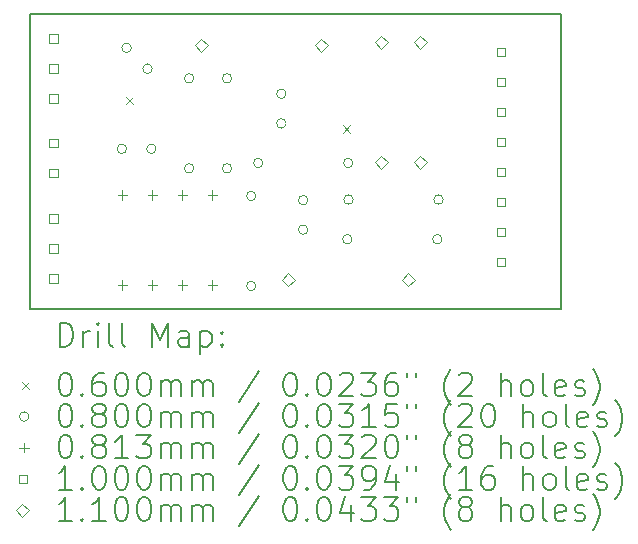
<source format=gbr>
%TF.GenerationSoftware,KiCad,Pcbnew,7.0.10-7.0.10~ubuntu20.04.1*%
%TF.CreationDate,2024-06-13T18:01:48-03:00*%
%TF.ProjectId,Condicionamento_compacto_V01a,436f6e64-6963-4696-9f6e-616d656e746f,rev?*%
%TF.SameCoordinates,Original*%
%TF.FileFunction,Drillmap*%
%TF.FilePolarity,Positive*%
%FSLAX45Y45*%
G04 Gerber Fmt 4.5, Leading zero omitted, Abs format (unit mm)*
G04 Created by KiCad (PCBNEW 7.0.10-7.0.10~ubuntu20.04.1) date 2024-06-13 18:01:48*
%MOMM*%
%LPD*%
G01*
G04 APERTURE LIST*
%ADD10C,0.150000*%
%ADD11C,0.200000*%
%ADD12C,0.100000*%
%ADD13C,0.110000*%
G04 APERTURE END LIST*
D10*
X12210000Y-8510000D02*
X16710000Y-8510000D01*
X16710000Y-8510000D02*
X16710000Y-11010000D01*
X12210000Y-11010000D02*
X16710000Y-11010000D01*
X12210000Y-8510000D02*
X12210000Y-11010000D01*
D11*
D12*
X13023770Y-9214200D02*
X13083770Y-9274200D01*
X13083770Y-9214200D02*
X13023770Y-9274200D01*
X14863700Y-9457380D02*
X14923700Y-9517380D01*
X14923700Y-9457380D02*
X14863700Y-9517380D01*
X13030000Y-9655000D02*
G75*
G03*
X12950000Y-9655000I-40000J0D01*
G01*
X12950000Y-9655000D02*
G75*
G03*
X13030000Y-9655000I40000J0D01*
G01*
X13070000Y-8800000D02*
G75*
G03*
X12990000Y-8800000I-40000J0D01*
G01*
X12990000Y-8800000D02*
G75*
G03*
X13070000Y-8800000I40000J0D01*
G01*
X13246777Y-8976777D02*
G75*
G03*
X13166777Y-8976777I-40000J0D01*
G01*
X13166777Y-8976777D02*
G75*
G03*
X13246777Y-8976777I40000J0D01*
G01*
X13280000Y-9655000D02*
G75*
G03*
X13200000Y-9655000I-40000J0D01*
G01*
X13200000Y-9655000D02*
G75*
G03*
X13280000Y-9655000I40000J0D01*
G01*
X13600000Y-9058000D02*
G75*
G03*
X13520000Y-9058000I-40000J0D01*
G01*
X13520000Y-9058000D02*
G75*
G03*
X13600000Y-9058000I40000J0D01*
G01*
X13600000Y-9820000D02*
G75*
G03*
X13520000Y-9820000I-40000J0D01*
G01*
X13520000Y-9820000D02*
G75*
G03*
X13600000Y-9820000I40000J0D01*
G01*
X13920000Y-9059000D02*
G75*
G03*
X13840000Y-9059000I-40000J0D01*
G01*
X13840000Y-9059000D02*
G75*
G03*
X13920000Y-9059000I40000J0D01*
G01*
X13920000Y-9821000D02*
G75*
G03*
X13840000Y-9821000I-40000J0D01*
G01*
X13840000Y-9821000D02*
G75*
G03*
X13920000Y-9821000I40000J0D01*
G01*
X14125510Y-10054000D02*
G75*
G03*
X14045510Y-10054000I-40000J0D01*
G01*
X14045510Y-10054000D02*
G75*
G03*
X14125510Y-10054000I40000J0D01*
G01*
X14125510Y-10816000D02*
G75*
G03*
X14045510Y-10816000I-40000J0D01*
G01*
X14045510Y-10816000D02*
G75*
G03*
X14125510Y-10816000I40000J0D01*
G01*
X14185000Y-9775000D02*
G75*
G03*
X14105000Y-9775000I-40000J0D01*
G01*
X14105000Y-9775000D02*
G75*
G03*
X14185000Y-9775000I40000J0D01*
G01*
X14380000Y-9190000D02*
G75*
G03*
X14300000Y-9190000I-40000J0D01*
G01*
X14300000Y-9190000D02*
G75*
G03*
X14380000Y-9190000I40000J0D01*
G01*
X14380000Y-9440000D02*
G75*
G03*
X14300000Y-9440000I-40000J0D01*
G01*
X14300000Y-9440000D02*
G75*
G03*
X14380000Y-9440000I40000J0D01*
G01*
X14565000Y-10090000D02*
G75*
G03*
X14485000Y-10090000I-40000J0D01*
G01*
X14485000Y-10090000D02*
G75*
G03*
X14565000Y-10090000I40000J0D01*
G01*
X14565000Y-10340000D02*
G75*
G03*
X14485000Y-10340000I-40000J0D01*
G01*
X14485000Y-10340000D02*
G75*
G03*
X14565000Y-10340000I40000J0D01*
G01*
X14939000Y-10420000D02*
G75*
G03*
X14859000Y-10420000I-40000J0D01*
G01*
X14859000Y-10420000D02*
G75*
G03*
X14939000Y-10420000I40000J0D01*
G01*
X14947000Y-9775000D02*
G75*
G03*
X14867000Y-9775000I-40000J0D01*
G01*
X14867000Y-9775000D02*
G75*
G03*
X14947000Y-9775000I40000J0D01*
G01*
X14949000Y-10085000D02*
G75*
G03*
X14869000Y-10085000I-40000J0D01*
G01*
X14869000Y-10085000D02*
G75*
G03*
X14949000Y-10085000I40000J0D01*
G01*
X15701000Y-10420000D02*
G75*
G03*
X15621000Y-10420000I-40000J0D01*
G01*
X15621000Y-10420000D02*
G75*
G03*
X15701000Y-10420000I40000J0D01*
G01*
X15711000Y-10085000D02*
G75*
G03*
X15631000Y-10085000I-40000J0D01*
G01*
X15631000Y-10085000D02*
G75*
G03*
X15711000Y-10085000I40000J0D01*
G01*
X12994510Y-10003360D02*
X12994510Y-10084640D01*
X12953870Y-10044000D02*
X13035150Y-10044000D01*
X12994510Y-10765360D02*
X12994510Y-10846640D01*
X12953870Y-10806000D02*
X13035150Y-10806000D01*
X13248510Y-10003360D02*
X13248510Y-10084640D01*
X13207870Y-10044000D02*
X13289150Y-10044000D01*
X13248510Y-10765360D02*
X13248510Y-10846640D01*
X13207870Y-10806000D02*
X13289150Y-10806000D01*
X13502510Y-10003360D02*
X13502510Y-10084640D01*
X13461870Y-10044000D02*
X13543150Y-10044000D01*
X13502510Y-10765360D02*
X13502510Y-10846640D01*
X13461870Y-10806000D02*
X13543150Y-10806000D01*
X13756510Y-10003360D02*
X13756510Y-10084640D01*
X13715870Y-10044000D02*
X13797150Y-10044000D01*
X13756510Y-10765360D02*
X13756510Y-10846640D01*
X13715870Y-10806000D02*
X13797150Y-10806000D01*
X12445356Y-9643856D02*
X12445356Y-9573144D01*
X12374644Y-9573144D01*
X12374644Y-9643856D01*
X12445356Y-9643856D01*
X12445356Y-9897856D02*
X12445356Y-9827144D01*
X12374644Y-9827144D01*
X12374644Y-9897856D01*
X12445356Y-9897856D01*
X12445356Y-10280356D02*
X12445356Y-10209644D01*
X12374644Y-10209644D01*
X12374644Y-10280356D01*
X12445356Y-10280356D01*
X12445356Y-10534356D02*
X12445356Y-10463644D01*
X12374644Y-10463644D01*
X12374644Y-10534356D01*
X12445356Y-10534356D01*
X12445356Y-10788356D02*
X12445356Y-10717644D01*
X12374644Y-10717644D01*
X12374644Y-10788356D01*
X12445356Y-10788356D01*
X12445856Y-8757356D02*
X12445856Y-8686644D01*
X12375144Y-8686644D01*
X12375144Y-8757356D01*
X12445856Y-8757356D01*
X12445856Y-9011356D02*
X12445856Y-8940644D01*
X12375144Y-8940644D01*
X12375144Y-9011356D01*
X12445856Y-9011356D01*
X12445856Y-9265356D02*
X12445856Y-9194644D01*
X12375144Y-9194644D01*
X12375144Y-9265356D01*
X12445856Y-9265356D01*
X16235356Y-8871356D02*
X16235356Y-8800644D01*
X16164644Y-8800644D01*
X16164644Y-8871356D01*
X16235356Y-8871356D01*
X16235356Y-9125356D02*
X16235356Y-9054644D01*
X16164644Y-9054644D01*
X16164644Y-9125356D01*
X16235356Y-9125356D01*
X16235356Y-9379356D02*
X16235356Y-9308644D01*
X16164644Y-9308644D01*
X16164644Y-9379356D01*
X16235356Y-9379356D01*
X16235356Y-9633356D02*
X16235356Y-9562644D01*
X16164644Y-9562644D01*
X16164644Y-9633356D01*
X16235356Y-9633356D01*
X16235356Y-9887356D02*
X16235356Y-9816644D01*
X16164644Y-9816644D01*
X16164644Y-9887356D01*
X16235356Y-9887356D01*
X16235356Y-10141356D02*
X16235356Y-10070644D01*
X16164644Y-10070644D01*
X16164644Y-10141356D01*
X16235356Y-10141356D01*
X16235356Y-10395356D02*
X16235356Y-10324644D01*
X16164644Y-10324644D01*
X16164644Y-10395356D01*
X16235356Y-10395356D01*
X16235356Y-10649356D02*
X16235356Y-10578644D01*
X16164644Y-10578644D01*
X16164644Y-10649356D01*
X16235356Y-10649356D01*
D13*
X13662000Y-8835000D02*
X13717000Y-8780000D01*
X13662000Y-8725000D01*
X13607000Y-8780000D01*
X13662000Y-8835000D01*
X14397000Y-10820000D02*
X14452000Y-10765000D01*
X14397000Y-10710000D01*
X14342000Y-10765000D01*
X14397000Y-10820000D01*
X14678000Y-8835000D02*
X14733000Y-8780000D01*
X14678000Y-8725000D01*
X14623000Y-8780000D01*
X14678000Y-8835000D01*
X15185000Y-8807000D02*
X15240000Y-8752000D01*
X15185000Y-8697000D01*
X15130000Y-8752000D01*
X15185000Y-8807000D01*
X15185000Y-9823000D02*
X15240000Y-9768000D01*
X15185000Y-9713000D01*
X15130000Y-9768000D01*
X15185000Y-9823000D01*
X15413000Y-10820000D02*
X15468000Y-10765000D01*
X15413000Y-10710000D01*
X15358000Y-10765000D01*
X15413000Y-10820000D01*
X15515000Y-8807000D02*
X15570000Y-8752000D01*
X15515000Y-8697000D01*
X15460000Y-8752000D01*
X15515000Y-8807000D01*
X15515000Y-9823000D02*
X15570000Y-9768000D01*
X15515000Y-9713000D01*
X15460000Y-9768000D01*
X15515000Y-9823000D01*
D11*
X12463277Y-11328984D02*
X12463277Y-11128984D01*
X12463277Y-11128984D02*
X12510896Y-11128984D01*
X12510896Y-11128984D02*
X12539467Y-11138508D01*
X12539467Y-11138508D02*
X12558515Y-11157555D01*
X12558515Y-11157555D02*
X12568039Y-11176603D01*
X12568039Y-11176603D02*
X12577562Y-11214698D01*
X12577562Y-11214698D02*
X12577562Y-11243269D01*
X12577562Y-11243269D02*
X12568039Y-11281365D01*
X12568039Y-11281365D02*
X12558515Y-11300412D01*
X12558515Y-11300412D02*
X12539467Y-11319460D01*
X12539467Y-11319460D02*
X12510896Y-11328984D01*
X12510896Y-11328984D02*
X12463277Y-11328984D01*
X12663277Y-11328984D02*
X12663277Y-11195650D01*
X12663277Y-11233746D02*
X12672801Y-11214698D01*
X12672801Y-11214698D02*
X12682324Y-11205174D01*
X12682324Y-11205174D02*
X12701372Y-11195650D01*
X12701372Y-11195650D02*
X12720420Y-11195650D01*
X12787086Y-11328984D02*
X12787086Y-11195650D01*
X12787086Y-11128984D02*
X12777562Y-11138508D01*
X12777562Y-11138508D02*
X12787086Y-11148031D01*
X12787086Y-11148031D02*
X12796610Y-11138508D01*
X12796610Y-11138508D02*
X12787086Y-11128984D01*
X12787086Y-11128984D02*
X12787086Y-11148031D01*
X12910896Y-11328984D02*
X12891848Y-11319460D01*
X12891848Y-11319460D02*
X12882324Y-11300412D01*
X12882324Y-11300412D02*
X12882324Y-11128984D01*
X13015658Y-11328984D02*
X12996610Y-11319460D01*
X12996610Y-11319460D02*
X12987086Y-11300412D01*
X12987086Y-11300412D02*
X12987086Y-11128984D01*
X13244229Y-11328984D02*
X13244229Y-11128984D01*
X13244229Y-11128984D02*
X13310896Y-11271841D01*
X13310896Y-11271841D02*
X13377562Y-11128984D01*
X13377562Y-11128984D02*
X13377562Y-11328984D01*
X13558515Y-11328984D02*
X13558515Y-11224222D01*
X13558515Y-11224222D02*
X13548991Y-11205174D01*
X13548991Y-11205174D02*
X13529943Y-11195650D01*
X13529943Y-11195650D02*
X13491848Y-11195650D01*
X13491848Y-11195650D02*
X13472801Y-11205174D01*
X13558515Y-11319460D02*
X13539467Y-11328984D01*
X13539467Y-11328984D02*
X13491848Y-11328984D01*
X13491848Y-11328984D02*
X13472801Y-11319460D01*
X13472801Y-11319460D02*
X13463277Y-11300412D01*
X13463277Y-11300412D02*
X13463277Y-11281365D01*
X13463277Y-11281365D02*
X13472801Y-11262317D01*
X13472801Y-11262317D02*
X13491848Y-11252793D01*
X13491848Y-11252793D02*
X13539467Y-11252793D01*
X13539467Y-11252793D02*
X13558515Y-11243269D01*
X13653753Y-11195650D02*
X13653753Y-11395650D01*
X13653753Y-11205174D02*
X13672801Y-11195650D01*
X13672801Y-11195650D02*
X13710896Y-11195650D01*
X13710896Y-11195650D02*
X13729943Y-11205174D01*
X13729943Y-11205174D02*
X13739467Y-11214698D01*
X13739467Y-11214698D02*
X13748991Y-11233746D01*
X13748991Y-11233746D02*
X13748991Y-11290888D01*
X13748991Y-11290888D02*
X13739467Y-11309936D01*
X13739467Y-11309936D02*
X13729943Y-11319460D01*
X13729943Y-11319460D02*
X13710896Y-11328984D01*
X13710896Y-11328984D02*
X13672801Y-11328984D01*
X13672801Y-11328984D02*
X13653753Y-11319460D01*
X13834705Y-11309936D02*
X13844229Y-11319460D01*
X13844229Y-11319460D02*
X13834705Y-11328984D01*
X13834705Y-11328984D02*
X13825182Y-11319460D01*
X13825182Y-11319460D02*
X13834705Y-11309936D01*
X13834705Y-11309936D02*
X13834705Y-11328984D01*
X13834705Y-11205174D02*
X13844229Y-11214698D01*
X13844229Y-11214698D02*
X13834705Y-11224222D01*
X13834705Y-11224222D02*
X13825182Y-11214698D01*
X13825182Y-11214698D02*
X13834705Y-11205174D01*
X13834705Y-11205174D02*
X13834705Y-11224222D01*
D12*
X12142500Y-11627500D02*
X12202500Y-11687500D01*
X12202500Y-11627500D02*
X12142500Y-11687500D01*
D11*
X12501372Y-11548984D02*
X12520420Y-11548984D01*
X12520420Y-11548984D02*
X12539467Y-11558508D01*
X12539467Y-11558508D02*
X12548991Y-11568031D01*
X12548991Y-11568031D02*
X12558515Y-11587079D01*
X12558515Y-11587079D02*
X12568039Y-11625174D01*
X12568039Y-11625174D02*
X12568039Y-11672793D01*
X12568039Y-11672793D02*
X12558515Y-11710888D01*
X12558515Y-11710888D02*
X12548991Y-11729936D01*
X12548991Y-11729936D02*
X12539467Y-11739460D01*
X12539467Y-11739460D02*
X12520420Y-11748984D01*
X12520420Y-11748984D02*
X12501372Y-11748984D01*
X12501372Y-11748984D02*
X12482324Y-11739460D01*
X12482324Y-11739460D02*
X12472801Y-11729936D01*
X12472801Y-11729936D02*
X12463277Y-11710888D01*
X12463277Y-11710888D02*
X12453753Y-11672793D01*
X12453753Y-11672793D02*
X12453753Y-11625174D01*
X12453753Y-11625174D02*
X12463277Y-11587079D01*
X12463277Y-11587079D02*
X12472801Y-11568031D01*
X12472801Y-11568031D02*
X12482324Y-11558508D01*
X12482324Y-11558508D02*
X12501372Y-11548984D01*
X12653753Y-11729936D02*
X12663277Y-11739460D01*
X12663277Y-11739460D02*
X12653753Y-11748984D01*
X12653753Y-11748984D02*
X12644229Y-11739460D01*
X12644229Y-11739460D02*
X12653753Y-11729936D01*
X12653753Y-11729936D02*
X12653753Y-11748984D01*
X12834705Y-11548984D02*
X12796610Y-11548984D01*
X12796610Y-11548984D02*
X12777562Y-11558508D01*
X12777562Y-11558508D02*
X12768039Y-11568031D01*
X12768039Y-11568031D02*
X12748991Y-11596603D01*
X12748991Y-11596603D02*
X12739467Y-11634698D01*
X12739467Y-11634698D02*
X12739467Y-11710888D01*
X12739467Y-11710888D02*
X12748991Y-11729936D01*
X12748991Y-11729936D02*
X12758515Y-11739460D01*
X12758515Y-11739460D02*
X12777562Y-11748984D01*
X12777562Y-11748984D02*
X12815658Y-11748984D01*
X12815658Y-11748984D02*
X12834705Y-11739460D01*
X12834705Y-11739460D02*
X12844229Y-11729936D01*
X12844229Y-11729936D02*
X12853753Y-11710888D01*
X12853753Y-11710888D02*
X12853753Y-11663269D01*
X12853753Y-11663269D02*
X12844229Y-11644222D01*
X12844229Y-11644222D02*
X12834705Y-11634698D01*
X12834705Y-11634698D02*
X12815658Y-11625174D01*
X12815658Y-11625174D02*
X12777562Y-11625174D01*
X12777562Y-11625174D02*
X12758515Y-11634698D01*
X12758515Y-11634698D02*
X12748991Y-11644222D01*
X12748991Y-11644222D02*
X12739467Y-11663269D01*
X12977562Y-11548984D02*
X12996610Y-11548984D01*
X12996610Y-11548984D02*
X13015658Y-11558508D01*
X13015658Y-11558508D02*
X13025182Y-11568031D01*
X13025182Y-11568031D02*
X13034705Y-11587079D01*
X13034705Y-11587079D02*
X13044229Y-11625174D01*
X13044229Y-11625174D02*
X13044229Y-11672793D01*
X13044229Y-11672793D02*
X13034705Y-11710888D01*
X13034705Y-11710888D02*
X13025182Y-11729936D01*
X13025182Y-11729936D02*
X13015658Y-11739460D01*
X13015658Y-11739460D02*
X12996610Y-11748984D01*
X12996610Y-11748984D02*
X12977562Y-11748984D01*
X12977562Y-11748984D02*
X12958515Y-11739460D01*
X12958515Y-11739460D02*
X12948991Y-11729936D01*
X12948991Y-11729936D02*
X12939467Y-11710888D01*
X12939467Y-11710888D02*
X12929943Y-11672793D01*
X12929943Y-11672793D02*
X12929943Y-11625174D01*
X12929943Y-11625174D02*
X12939467Y-11587079D01*
X12939467Y-11587079D02*
X12948991Y-11568031D01*
X12948991Y-11568031D02*
X12958515Y-11558508D01*
X12958515Y-11558508D02*
X12977562Y-11548984D01*
X13168039Y-11548984D02*
X13187086Y-11548984D01*
X13187086Y-11548984D02*
X13206134Y-11558508D01*
X13206134Y-11558508D02*
X13215658Y-11568031D01*
X13215658Y-11568031D02*
X13225182Y-11587079D01*
X13225182Y-11587079D02*
X13234705Y-11625174D01*
X13234705Y-11625174D02*
X13234705Y-11672793D01*
X13234705Y-11672793D02*
X13225182Y-11710888D01*
X13225182Y-11710888D02*
X13215658Y-11729936D01*
X13215658Y-11729936D02*
X13206134Y-11739460D01*
X13206134Y-11739460D02*
X13187086Y-11748984D01*
X13187086Y-11748984D02*
X13168039Y-11748984D01*
X13168039Y-11748984D02*
X13148991Y-11739460D01*
X13148991Y-11739460D02*
X13139467Y-11729936D01*
X13139467Y-11729936D02*
X13129943Y-11710888D01*
X13129943Y-11710888D02*
X13120420Y-11672793D01*
X13120420Y-11672793D02*
X13120420Y-11625174D01*
X13120420Y-11625174D02*
X13129943Y-11587079D01*
X13129943Y-11587079D02*
X13139467Y-11568031D01*
X13139467Y-11568031D02*
X13148991Y-11558508D01*
X13148991Y-11558508D02*
X13168039Y-11548984D01*
X13320420Y-11748984D02*
X13320420Y-11615650D01*
X13320420Y-11634698D02*
X13329943Y-11625174D01*
X13329943Y-11625174D02*
X13348991Y-11615650D01*
X13348991Y-11615650D02*
X13377563Y-11615650D01*
X13377563Y-11615650D02*
X13396610Y-11625174D01*
X13396610Y-11625174D02*
X13406134Y-11644222D01*
X13406134Y-11644222D02*
X13406134Y-11748984D01*
X13406134Y-11644222D02*
X13415658Y-11625174D01*
X13415658Y-11625174D02*
X13434705Y-11615650D01*
X13434705Y-11615650D02*
X13463277Y-11615650D01*
X13463277Y-11615650D02*
X13482324Y-11625174D01*
X13482324Y-11625174D02*
X13491848Y-11644222D01*
X13491848Y-11644222D02*
X13491848Y-11748984D01*
X13587086Y-11748984D02*
X13587086Y-11615650D01*
X13587086Y-11634698D02*
X13596610Y-11625174D01*
X13596610Y-11625174D02*
X13615658Y-11615650D01*
X13615658Y-11615650D02*
X13644229Y-11615650D01*
X13644229Y-11615650D02*
X13663277Y-11625174D01*
X13663277Y-11625174D02*
X13672801Y-11644222D01*
X13672801Y-11644222D02*
X13672801Y-11748984D01*
X13672801Y-11644222D02*
X13682324Y-11625174D01*
X13682324Y-11625174D02*
X13701372Y-11615650D01*
X13701372Y-11615650D02*
X13729943Y-11615650D01*
X13729943Y-11615650D02*
X13748991Y-11625174D01*
X13748991Y-11625174D02*
X13758515Y-11644222D01*
X13758515Y-11644222D02*
X13758515Y-11748984D01*
X14148991Y-11539460D02*
X13977563Y-11796603D01*
X14406134Y-11548984D02*
X14425182Y-11548984D01*
X14425182Y-11548984D02*
X14444229Y-11558508D01*
X14444229Y-11558508D02*
X14453753Y-11568031D01*
X14453753Y-11568031D02*
X14463277Y-11587079D01*
X14463277Y-11587079D02*
X14472801Y-11625174D01*
X14472801Y-11625174D02*
X14472801Y-11672793D01*
X14472801Y-11672793D02*
X14463277Y-11710888D01*
X14463277Y-11710888D02*
X14453753Y-11729936D01*
X14453753Y-11729936D02*
X14444229Y-11739460D01*
X14444229Y-11739460D02*
X14425182Y-11748984D01*
X14425182Y-11748984D02*
X14406134Y-11748984D01*
X14406134Y-11748984D02*
X14387086Y-11739460D01*
X14387086Y-11739460D02*
X14377563Y-11729936D01*
X14377563Y-11729936D02*
X14368039Y-11710888D01*
X14368039Y-11710888D02*
X14358515Y-11672793D01*
X14358515Y-11672793D02*
X14358515Y-11625174D01*
X14358515Y-11625174D02*
X14368039Y-11587079D01*
X14368039Y-11587079D02*
X14377563Y-11568031D01*
X14377563Y-11568031D02*
X14387086Y-11558508D01*
X14387086Y-11558508D02*
X14406134Y-11548984D01*
X14558515Y-11729936D02*
X14568039Y-11739460D01*
X14568039Y-11739460D02*
X14558515Y-11748984D01*
X14558515Y-11748984D02*
X14548991Y-11739460D01*
X14548991Y-11739460D02*
X14558515Y-11729936D01*
X14558515Y-11729936D02*
X14558515Y-11748984D01*
X14691848Y-11548984D02*
X14710896Y-11548984D01*
X14710896Y-11548984D02*
X14729944Y-11558508D01*
X14729944Y-11558508D02*
X14739467Y-11568031D01*
X14739467Y-11568031D02*
X14748991Y-11587079D01*
X14748991Y-11587079D02*
X14758515Y-11625174D01*
X14758515Y-11625174D02*
X14758515Y-11672793D01*
X14758515Y-11672793D02*
X14748991Y-11710888D01*
X14748991Y-11710888D02*
X14739467Y-11729936D01*
X14739467Y-11729936D02*
X14729944Y-11739460D01*
X14729944Y-11739460D02*
X14710896Y-11748984D01*
X14710896Y-11748984D02*
X14691848Y-11748984D01*
X14691848Y-11748984D02*
X14672801Y-11739460D01*
X14672801Y-11739460D02*
X14663277Y-11729936D01*
X14663277Y-11729936D02*
X14653753Y-11710888D01*
X14653753Y-11710888D02*
X14644229Y-11672793D01*
X14644229Y-11672793D02*
X14644229Y-11625174D01*
X14644229Y-11625174D02*
X14653753Y-11587079D01*
X14653753Y-11587079D02*
X14663277Y-11568031D01*
X14663277Y-11568031D02*
X14672801Y-11558508D01*
X14672801Y-11558508D02*
X14691848Y-11548984D01*
X14834706Y-11568031D02*
X14844229Y-11558508D01*
X14844229Y-11558508D02*
X14863277Y-11548984D01*
X14863277Y-11548984D02*
X14910896Y-11548984D01*
X14910896Y-11548984D02*
X14929944Y-11558508D01*
X14929944Y-11558508D02*
X14939467Y-11568031D01*
X14939467Y-11568031D02*
X14948991Y-11587079D01*
X14948991Y-11587079D02*
X14948991Y-11606127D01*
X14948991Y-11606127D02*
X14939467Y-11634698D01*
X14939467Y-11634698D02*
X14825182Y-11748984D01*
X14825182Y-11748984D02*
X14948991Y-11748984D01*
X15015658Y-11548984D02*
X15139467Y-11548984D01*
X15139467Y-11548984D02*
X15072801Y-11625174D01*
X15072801Y-11625174D02*
X15101372Y-11625174D01*
X15101372Y-11625174D02*
X15120420Y-11634698D01*
X15120420Y-11634698D02*
X15129944Y-11644222D01*
X15129944Y-11644222D02*
X15139467Y-11663269D01*
X15139467Y-11663269D02*
X15139467Y-11710888D01*
X15139467Y-11710888D02*
X15129944Y-11729936D01*
X15129944Y-11729936D02*
X15120420Y-11739460D01*
X15120420Y-11739460D02*
X15101372Y-11748984D01*
X15101372Y-11748984D02*
X15044229Y-11748984D01*
X15044229Y-11748984D02*
X15025182Y-11739460D01*
X15025182Y-11739460D02*
X15015658Y-11729936D01*
X15310896Y-11548984D02*
X15272801Y-11548984D01*
X15272801Y-11548984D02*
X15253753Y-11558508D01*
X15253753Y-11558508D02*
X15244229Y-11568031D01*
X15244229Y-11568031D02*
X15225182Y-11596603D01*
X15225182Y-11596603D02*
X15215658Y-11634698D01*
X15215658Y-11634698D02*
X15215658Y-11710888D01*
X15215658Y-11710888D02*
X15225182Y-11729936D01*
X15225182Y-11729936D02*
X15234706Y-11739460D01*
X15234706Y-11739460D02*
X15253753Y-11748984D01*
X15253753Y-11748984D02*
X15291848Y-11748984D01*
X15291848Y-11748984D02*
X15310896Y-11739460D01*
X15310896Y-11739460D02*
X15320420Y-11729936D01*
X15320420Y-11729936D02*
X15329944Y-11710888D01*
X15329944Y-11710888D02*
X15329944Y-11663269D01*
X15329944Y-11663269D02*
X15320420Y-11644222D01*
X15320420Y-11644222D02*
X15310896Y-11634698D01*
X15310896Y-11634698D02*
X15291848Y-11625174D01*
X15291848Y-11625174D02*
X15253753Y-11625174D01*
X15253753Y-11625174D02*
X15234706Y-11634698D01*
X15234706Y-11634698D02*
X15225182Y-11644222D01*
X15225182Y-11644222D02*
X15215658Y-11663269D01*
X15406134Y-11548984D02*
X15406134Y-11587079D01*
X15482325Y-11548984D02*
X15482325Y-11587079D01*
X15777563Y-11825174D02*
X15768039Y-11815650D01*
X15768039Y-11815650D02*
X15748991Y-11787079D01*
X15748991Y-11787079D02*
X15739468Y-11768031D01*
X15739468Y-11768031D02*
X15729944Y-11739460D01*
X15729944Y-11739460D02*
X15720420Y-11691841D01*
X15720420Y-11691841D02*
X15720420Y-11653746D01*
X15720420Y-11653746D02*
X15729944Y-11606127D01*
X15729944Y-11606127D02*
X15739468Y-11577555D01*
X15739468Y-11577555D02*
X15748991Y-11558508D01*
X15748991Y-11558508D02*
X15768039Y-11529936D01*
X15768039Y-11529936D02*
X15777563Y-11520412D01*
X15844229Y-11568031D02*
X15853753Y-11558508D01*
X15853753Y-11558508D02*
X15872801Y-11548984D01*
X15872801Y-11548984D02*
X15920420Y-11548984D01*
X15920420Y-11548984D02*
X15939468Y-11558508D01*
X15939468Y-11558508D02*
X15948991Y-11568031D01*
X15948991Y-11568031D02*
X15958515Y-11587079D01*
X15958515Y-11587079D02*
X15958515Y-11606127D01*
X15958515Y-11606127D02*
X15948991Y-11634698D01*
X15948991Y-11634698D02*
X15834706Y-11748984D01*
X15834706Y-11748984D02*
X15958515Y-11748984D01*
X16196610Y-11748984D02*
X16196610Y-11548984D01*
X16282325Y-11748984D02*
X16282325Y-11644222D01*
X16282325Y-11644222D02*
X16272801Y-11625174D01*
X16272801Y-11625174D02*
X16253753Y-11615650D01*
X16253753Y-11615650D02*
X16225182Y-11615650D01*
X16225182Y-11615650D02*
X16206134Y-11625174D01*
X16206134Y-11625174D02*
X16196610Y-11634698D01*
X16406134Y-11748984D02*
X16387087Y-11739460D01*
X16387087Y-11739460D02*
X16377563Y-11729936D01*
X16377563Y-11729936D02*
X16368039Y-11710888D01*
X16368039Y-11710888D02*
X16368039Y-11653746D01*
X16368039Y-11653746D02*
X16377563Y-11634698D01*
X16377563Y-11634698D02*
X16387087Y-11625174D01*
X16387087Y-11625174D02*
X16406134Y-11615650D01*
X16406134Y-11615650D02*
X16434706Y-11615650D01*
X16434706Y-11615650D02*
X16453753Y-11625174D01*
X16453753Y-11625174D02*
X16463277Y-11634698D01*
X16463277Y-11634698D02*
X16472801Y-11653746D01*
X16472801Y-11653746D02*
X16472801Y-11710888D01*
X16472801Y-11710888D02*
X16463277Y-11729936D01*
X16463277Y-11729936D02*
X16453753Y-11739460D01*
X16453753Y-11739460D02*
X16434706Y-11748984D01*
X16434706Y-11748984D02*
X16406134Y-11748984D01*
X16587087Y-11748984D02*
X16568039Y-11739460D01*
X16568039Y-11739460D02*
X16558515Y-11720412D01*
X16558515Y-11720412D02*
X16558515Y-11548984D01*
X16739468Y-11739460D02*
X16720420Y-11748984D01*
X16720420Y-11748984D02*
X16682325Y-11748984D01*
X16682325Y-11748984D02*
X16663277Y-11739460D01*
X16663277Y-11739460D02*
X16653753Y-11720412D01*
X16653753Y-11720412D02*
X16653753Y-11644222D01*
X16653753Y-11644222D02*
X16663277Y-11625174D01*
X16663277Y-11625174D02*
X16682325Y-11615650D01*
X16682325Y-11615650D02*
X16720420Y-11615650D01*
X16720420Y-11615650D02*
X16739468Y-11625174D01*
X16739468Y-11625174D02*
X16748991Y-11644222D01*
X16748991Y-11644222D02*
X16748991Y-11663269D01*
X16748991Y-11663269D02*
X16653753Y-11682317D01*
X16825182Y-11739460D02*
X16844230Y-11748984D01*
X16844230Y-11748984D02*
X16882325Y-11748984D01*
X16882325Y-11748984D02*
X16901373Y-11739460D01*
X16901373Y-11739460D02*
X16910896Y-11720412D01*
X16910896Y-11720412D02*
X16910896Y-11710888D01*
X16910896Y-11710888D02*
X16901373Y-11691841D01*
X16901373Y-11691841D02*
X16882325Y-11682317D01*
X16882325Y-11682317D02*
X16853753Y-11682317D01*
X16853753Y-11682317D02*
X16834706Y-11672793D01*
X16834706Y-11672793D02*
X16825182Y-11653746D01*
X16825182Y-11653746D02*
X16825182Y-11644222D01*
X16825182Y-11644222D02*
X16834706Y-11625174D01*
X16834706Y-11625174D02*
X16853753Y-11615650D01*
X16853753Y-11615650D02*
X16882325Y-11615650D01*
X16882325Y-11615650D02*
X16901373Y-11625174D01*
X16977563Y-11825174D02*
X16987087Y-11815650D01*
X16987087Y-11815650D02*
X17006134Y-11787079D01*
X17006134Y-11787079D02*
X17015658Y-11768031D01*
X17015658Y-11768031D02*
X17025182Y-11739460D01*
X17025182Y-11739460D02*
X17034706Y-11691841D01*
X17034706Y-11691841D02*
X17034706Y-11653746D01*
X17034706Y-11653746D02*
X17025182Y-11606127D01*
X17025182Y-11606127D02*
X17015658Y-11577555D01*
X17015658Y-11577555D02*
X17006134Y-11558508D01*
X17006134Y-11558508D02*
X16987087Y-11529936D01*
X16987087Y-11529936D02*
X16977563Y-11520412D01*
D12*
X12202500Y-11921500D02*
G75*
G03*
X12122500Y-11921500I-40000J0D01*
G01*
X12122500Y-11921500D02*
G75*
G03*
X12202500Y-11921500I40000J0D01*
G01*
D11*
X12501372Y-11812984D02*
X12520420Y-11812984D01*
X12520420Y-11812984D02*
X12539467Y-11822508D01*
X12539467Y-11822508D02*
X12548991Y-11832031D01*
X12548991Y-11832031D02*
X12558515Y-11851079D01*
X12558515Y-11851079D02*
X12568039Y-11889174D01*
X12568039Y-11889174D02*
X12568039Y-11936793D01*
X12568039Y-11936793D02*
X12558515Y-11974888D01*
X12558515Y-11974888D02*
X12548991Y-11993936D01*
X12548991Y-11993936D02*
X12539467Y-12003460D01*
X12539467Y-12003460D02*
X12520420Y-12012984D01*
X12520420Y-12012984D02*
X12501372Y-12012984D01*
X12501372Y-12012984D02*
X12482324Y-12003460D01*
X12482324Y-12003460D02*
X12472801Y-11993936D01*
X12472801Y-11993936D02*
X12463277Y-11974888D01*
X12463277Y-11974888D02*
X12453753Y-11936793D01*
X12453753Y-11936793D02*
X12453753Y-11889174D01*
X12453753Y-11889174D02*
X12463277Y-11851079D01*
X12463277Y-11851079D02*
X12472801Y-11832031D01*
X12472801Y-11832031D02*
X12482324Y-11822508D01*
X12482324Y-11822508D02*
X12501372Y-11812984D01*
X12653753Y-11993936D02*
X12663277Y-12003460D01*
X12663277Y-12003460D02*
X12653753Y-12012984D01*
X12653753Y-12012984D02*
X12644229Y-12003460D01*
X12644229Y-12003460D02*
X12653753Y-11993936D01*
X12653753Y-11993936D02*
X12653753Y-12012984D01*
X12777562Y-11898698D02*
X12758515Y-11889174D01*
X12758515Y-11889174D02*
X12748991Y-11879650D01*
X12748991Y-11879650D02*
X12739467Y-11860603D01*
X12739467Y-11860603D02*
X12739467Y-11851079D01*
X12739467Y-11851079D02*
X12748991Y-11832031D01*
X12748991Y-11832031D02*
X12758515Y-11822508D01*
X12758515Y-11822508D02*
X12777562Y-11812984D01*
X12777562Y-11812984D02*
X12815658Y-11812984D01*
X12815658Y-11812984D02*
X12834705Y-11822508D01*
X12834705Y-11822508D02*
X12844229Y-11832031D01*
X12844229Y-11832031D02*
X12853753Y-11851079D01*
X12853753Y-11851079D02*
X12853753Y-11860603D01*
X12853753Y-11860603D02*
X12844229Y-11879650D01*
X12844229Y-11879650D02*
X12834705Y-11889174D01*
X12834705Y-11889174D02*
X12815658Y-11898698D01*
X12815658Y-11898698D02*
X12777562Y-11898698D01*
X12777562Y-11898698D02*
X12758515Y-11908222D01*
X12758515Y-11908222D02*
X12748991Y-11917746D01*
X12748991Y-11917746D02*
X12739467Y-11936793D01*
X12739467Y-11936793D02*
X12739467Y-11974888D01*
X12739467Y-11974888D02*
X12748991Y-11993936D01*
X12748991Y-11993936D02*
X12758515Y-12003460D01*
X12758515Y-12003460D02*
X12777562Y-12012984D01*
X12777562Y-12012984D02*
X12815658Y-12012984D01*
X12815658Y-12012984D02*
X12834705Y-12003460D01*
X12834705Y-12003460D02*
X12844229Y-11993936D01*
X12844229Y-11993936D02*
X12853753Y-11974888D01*
X12853753Y-11974888D02*
X12853753Y-11936793D01*
X12853753Y-11936793D02*
X12844229Y-11917746D01*
X12844229Y-11917746D02*
X12834705Y-11908222D01*
X12834705Y-11908222D02*
X12815658Y-11898698D01*
X12977562Y-11812984D02*
X12996610Y-11812984D01*
X12996610Y-11812984D02*
X13015658Y-11822508D01*
X13015658Y-11822508D02*
X13025182Y-11832031D01*
X13025182Y-11832031D02*
X13034705Y-11851079D01*
X13034705Y-11851079D02*
X13044229Y-11889174D01*
X13044229Y-11889174D02*
X13044229Y-11936793D01*
X13044229Y-11936793D02*
X13034705Y-11974888D01*
X13034705Y-11974888D02*
X13025182Y-11993936D01*
X13025182Y-11993936D02*
X13015658Y-12003460D01*
X13015658Y-12003460D02*
X12996610Y-12012984D01*
X12996610Y-12012984D02*
X12977562Y-12012984D01*
X12977562Y-12012984D02*
X12958515Y-12003460D01*
X12958515Y-12003460D02*
X12948991Y-11993936D01*
X12948991Y-11993936D02*
X12939467Y-11974888D01*
X12939467Y-11974888D02*
X12929943Y-11936793D01*
X12929943Y-11936793D02*
X12929943Y-11889174D01*
X12929943Y-11889174D02*
X12939467Y-11851079D01*
X12939467Y-11851079D02*
X12948991Y-11832031D01*
X12948991Y-11832031D02*
X12958515Y-11822508D01*
X12958515Y-11822508D02*
X12977562Y-11812984D01*
X13168039Y-11812984D02*
X13187086Y-11812984D01*
X13187086Y-11812984D02*
X13206134Y-11822508D01*
X13206134Y-11822508D02*
X13215658Y-11832031D01*
X13215658Y-11832031D02*
X13225182Y-11851079D01*
X13225182Y-11851079D02*
X13234705Y-11889174D01*
X13234705Y-11889174D02*
X13234705Y-11936793D01*
X13234705Y-11936793D02*
X13225182Y-11974888D01*
X13225182Y-11974888D02*
X13215658Y-11993936D01*
X13215658Y-11993936D02*
X13206134Y-12003460D01*
X13206134Y-12003460D02*
X13187086Y-12012984D01*
X13187086Y-12012984D02*
X13168039Y-12012984D01*
X13168039Y-12012984D02*
X13148991Y-12003460D01*
X13148991Y-12003460D02*
X13139467Y-11993936D01*
X13139467Y-11993936D02*
X13129943Y-11974888D01*
X13129943Y-11974888D02*
X13120420Y-11936793D01*
X13120420Y-11936793D02*
X13120420Y-11889174D01*
X13120420Y-11889174D02*
X13129943Y-11851079D01*
X13129943Y-11851079D02*
X13139467Y-11832031D01*
X13139467Y-11832031D02*
X13148991Y-11822508D01*
X13148991Y-11822508D02*
X13168039Y-11812984D01*
X13320420Y-12012984D02*
X13320420Y-11879650D01*
X13320420Y-11898698D02*
X13329943Y-11889174D01*
X13329943Y-11889174D02*
X13348991Y-11879650D01*
X13348991Y-11879650D02*
X13377563Y-11879650D01*
X13377563Y-11879650D02*
X13396610Y-11889174D01*
X13396610Y-11889174D02*
X13406134Y-11908222D01*
X13406134Y-11908222D02*
X13406134Y-12012984D01*
X13406134Y-11908222D02*
X13415658Y-11889174D01*
X13415658Y-11889174D02*
X13434705Y-11879650D01*
X13434705Y-11879650D02*
X13463277Y-11879650D01*
X13463277Y-11879650D02*
X13482324Y-11889174D01*
X13482324Y-11889174D02*
X13491848Y-11908222D01*
X13491848Y-11908222D02*
X13491848Y-12012984D01*
X13587086Y-12012984D02*
X13587086Y-11879650D01*
X13587086Y-11898698D02*
X13596610Y-11889174D01*
X13596610Y-11889174D02*
X13615658Y-11879650D01*
X13615658Y-11879650D02*
X13644229Y-11879650D01*
X13644229Y-11879650D02*
X13663277Y-11889174D01*
X13663277Y-11889174D02*
X13672801Y-11908222D01*
X13672801Y-11908222D02*
X13672801Y-12012984D01*
X13672801Y-11908222D02*
X13682324Y-11889174D01*
X13682324Y-11889174D02*
X13701372Y-11879650D01*
X13701372Y-11879650D02*
X13729943Y-11879650D01*
X13729943Y-11879650D02*
X13748991Y-11889174D01*
X13748991Y-11889174D02*
X13758515Y-11908222D01*
X13758515Y-11908222D02*
X13758515Y-12012984D01*
X14148991Y-11803460D02*
X13977563Y-12060603D01*
X14406134Y-11812984D02*
X14425182Y-11812984D01*
X14425182Y-11812984D02*
X14444229Y-11822508D01*
X14444229Y-11822508D02*
X14453753Y-11832031D01*
X14453753Y-11832031D02*
X14463277Y-11851079D01*
X14463277Y-11851079D02*
X14472801Y-11889174D01*
X14472801Y-11889174D02*
X14472801Y-11936793D01*
X14472801Y-11936793D02*
X14463277Y-11974888D01*
X14463277Y-11974888D02*
X14453753Y-11993936D01*
X14453753Y-11993936D02*
X14444229Y-12003460D01*
X14444229Y-12003460D02*
X14425182Y-12012984D01*
X14425182Y-12012984D02*
X14406134Y-12012984D01*
X14406134Y-12012984D02*
X14387086Y-12003460D01*
X14387086Y-12003460D02*
X14377563Y-11993936D01*
X14377563Y-11993936D02*
X14368039Y-11974888D01*
X14368039Y-11974888D02*
X14358515Y-11936793D01*
X14358515Y-11936793D02*
X14358515Y-11889174D01*
X14358515Y-11889174D02*
X14368039Y-11851079D01*
X14368039Y-11851079D02*
X14377563Y-11832031D01*
X14377563Y-11832031D02*
X14387086Y-11822508D01*
X14387086Y-11822508D02*
X14406134Y-11812984D01*
X14558515Y-11993936D02*
X14568039Y-12003460D01*
X14568039Y-12003460D02*
X14558515Y-12012984D01*
X14558515Y-12012984D02*
X14548991Y-12003460D01*
X14548991Y-12003460D02*
X14558515Y-11993936D01*
X14558515Y-11993936D02*
X14558515Y-12012984D01*
X14691848Y-11812984D02*
X14710896Y-11812984D01*
X14710896Y-11812984D02*
X14729944Y-11822508D01*
X14729944Y-11822508D02*
X14739467Y-11832031D01*
X14739467Y-11832031D02*
X14748991Y-11851079D01*
X14748991Y-11851079D02*
X14758515Y-11889174D01*
X14758515Y-11889174D02*
X14758515Y-11936793D01*
X14758515Y-11936793D02*
X14748991Y-11974888D01*
X14748991Y-11974888D02*
X14739467Y-11993936D01*
X14739467Y-11993936D02*
X14729944Y-12003460D01*
X14729944Y-12003460D02*
X14710896Y-12012984D01*
X14710896Y-12012984D02*
X14691848Y-12012984D01*
X14691848Y-12012984D02*
X14672801Y-12003460D01*
X14672801Y-12003460D02*
X14663277Y-11993936D01*
X14663277Y-11993936D02*
X14653753Y-11974888D01*
X14653753Y-11974888D02*
X14644229Y-11936793D01*
X14644229Y-11936793D02*
X14644229Y-11889174D01*
X14644229Y-11889174D02*
X14653753Y-11851079D01*
X14653753Y-11851079D02*
X14663277Y-11832031D01*
X14663277Y-11832031D02*
X14672801Y-11822508D01*
X14672801Y-11822508D02*
X14691848Y-11812984D01*
X14825182Y-11812984D02*
X14948991Y-11812984D01*
X14948991Y-11812984D02*
X14882325Y-11889174D01*
X14882325Y-11889174D02*
X14910896Y-11889174D01*
X14910896Y-11889174D02*
X14929944Y-11898698D01*
X14929944Y-11898698D02*
X14939467Y-11908222D01*
X14939467Y-11908222D02*
X14948991Y-11927269D01*
X14948991Y-11927269D02*
X14948991Y-11974888D01*
X14948991Y-11974888D02*
X14939467Y-11993936D01*
X14939467Y-11993936D02*
X14929944Y-12003460D01*
X14929944Y-12003460D02*
X14910896Y-12012984D01*
X14910896Y-12012984D02*
X14853753Y-12012984D01*
X14853753Y-12012984D02*
X14834706Y-12003460D01*
X14834706Y-12003460D02*
X14825182Y-11993936D01*
X15139467Y-12012984D02*
X15025182Y-12012984D01*
X15082325Y-12012984D02*
X15082325Y-11812984D01*
X15082325Y-11812984D02*
X15063277Y-11841555D01*
X15063277Y-11841555D02*
X15044229Y-11860603D01*
X15044229Y-11860603D02*
X15025182Y-11870127D01*
X15320420Y-11812984D02*
X15225182Y-11812984D01*
X15225182Y-11812984D02*
X15215658Y-11908222D01*
X15215658Y-11908222D02*
X15225182Y-11898698D01*
X15225182Y-11898698D02*
X15244229Y-11889174D01*
X15244229Y-11889174D02*
X15291848Y-11889174D01*
X15291848Y-11889174D02*
X15310896Y-11898698D01*
X15310896Y-11898698D02*
X15320420Y-11908222D01*
X15320420Y-11908222D02*
X15329944Y-11927269D01*
X15329944Y-11927269D02*
X15329944Y-11974888D01*
X15329944Y-11974888D02*
X15320420Y-11993936D01*
X15320420Y-11993936D02*
X15310896Y-12003460D01*
X15310896Y-12003460D02*
X15291848Y-12012984D01*
X15291848Y-12012984D02*
X15244229Y-12012984D01*
X15244229Y-12012984D02*
X15225182Y-12003460D01*
X15225182Y-12003460D02*
X15215658Y-11993936D01*
X15406134Y-11812984D02*
X15406134Y-11851079D01*
X15482325Y-11812984D02*
X15482325Y-11851079D01*
X15777563Y-12089174D02*
X15768039Y-12079650D01*
X15768039Y-12079650D02*
X15748991Y-12051079D01*
X15748991Y-12051079D02*
X15739468Y-12032031D01*
X15739468Y-12032031D02*
X15729944Y-12003460D01*
X15729944Y-12003460D02*
X15720420Y-11955841D01*
X15720420Y-11955841D02*
X15720420Y-11917746D01*
X15720420Y-11917746D02*
X15729944Y-11870127D01*
X15729944Y-11870127D02*
X15739468Y-11841555D01*
X15739468Y-11841555D02*
X15748991Y-11822508D01*
X15748991Y-11822508D02*
X15768039Y-11793936D01*
X15768039Y-11793936D02*
X15777563Y-11784412D01*
X15844229Y-11832031D02*
X15853753Y-11822508D01*
X15853753Y-11822508D02*
X15872801Y-11812984D01*
X15872801Y-11812984D02*
X15920420Y-11812984D01*
X15920420Y-11812984D02*
X15939468Y-11822508D01*
X15939468Y-11822508D02*
X15948991Y-11832031D01*
X15948991Y-11832031D02*
X15958515Y-11851079D01*
X15958515Y-11851079D02*
X15958515Y-11870127D01*
X15958515Y-11870127D02*
X15948991Y-11898698D01*
X15948991Y-11898698D02*
X15834706Y-12012984D01*
X15834706Y-12012984D02*
X15958515Y-12012984D01*
X16082325Y-11812984D02*
X16101372Y-11812984D01*
X16101372Y-11812984D02*
X16120420Y-11822508D01*
X16120420Y-11822508D02*
X16129944Y-11832031D01*
X16129944Y-11832031D02*
X16139468Y-11851079D01*
X16139468Y-11851079D02*
X16148991Y-11889174D01*
X16148991Y-11889174D02*
X16148991Y-11936793D01*
X16148991Y-11936793D02*
X16139468Y-11974888D01*
X16139468Y-11974888D02*
X16129944Y-11993936D01*
X16129944Y-11993936D02*
X16120420Y-12003460D01*
X16120420Y-12003460D02*
X16101372Y-12012984D01*
X16101372Y-12012984D02*
X16082325Y-12012984D01*
X16082325Y-12012984D02*
X16063277Y-12003460D01*
X16063277Y-12003460D02*
X16053753Y-11993936D01*
X16053753Y-11993936D02*
X16044229Y-11974888D01*
X16044229Y-11974888D02*
X16034706Y-11936793D01*
X16034706Y-11936793D02*
X16034706Y-11889174D01*
X16034706Y-11889174D02*
X16044229Y-11851079D01*
X16044229Y-11851079D02*
X16053753Y-11832031D01*
X16053753Y-11832031D02*
X16063277Y-11822508D01*
X16063277Y-11822508D02*
X16082325Y-11812984D01*
X16387087Y-12012984D02*
X16387087Y-11812984D01*
X16472801Y-12012984D02*
X16472801Y-11908222D01*
X16472801Y-11908222D02*
X16463277Y-11889174D01*
X16463277Y-11889174D02*
X16444230Y-11879650D01*
X16444230Y-11879650D02*
X16415658Y-11879650D01*
X16415658Y-11879650D02*
X16396610Y-11889174D01*
X16396610Y-11889174D02*
X16387087Y-11898698D01*
X16596610Y-12012984D02*
X16577563Y-12003460D01*
X16577563Y-12003460D02*
X16568039Y-11993936D01*
X16568039Y-11993936D02*
X16558515Y-11974888D01*
X16558515Y-11974888D02*
X16558515Y-11917746D01*
X16558515Y-11917746D02*
X16568039Y-11898698D01*
X16568039Y-11898698D02*
X16577563Y-11889174D01*
X16577563Y-11889174D02*
X16596610Y-11879650D01*
X16596610Y-11879650D02*
X16625182Y-11879650D01*
X16625182Y-11879650D02*
X16644230Y-11889174D01*
X16644230Y-11889174D02*
X16653753Y-11898698D01*
X16653753Y-11898698D02*
X16663277Y-11917746D01*
X16663277Y-11917746D02*
X16663277Y-11974888D01*
X16663277Y-11974888D02*
X16653753Y-11993936D01*
X16653753Y-11993936D02*
X16644230Y-12003460D01*
X16644230Y-12003460D02*
X16625182Y-12012984D01*
X16625182Y-12012984D02*
X16596610Y-12012984D01*
X16777563Y-12012984D02*
X16758515Y-12003460D01*
X16758515Y-12003460D02*
X16748991Y-11984412D01*
X16748991Y-11984412D02*
X16748991Y-11812984D01*
X16929944Y-12003460D02*
X16910896Y-12012984D01*
X16910896Y-12012984D02*
X16872801Y-12012984D01*
X16872801Y-12012984D02*
X16853753Y-12003460D01*
X16853753Y-12003460D02*
X16844230Y-11984412D01*
X16844230Y-11984412D02*
X16844230Y-11908222D01*
X16844230Y-11908222D02*
X16853753Y-11889174D01*
X16853753Y-11889174D02*
X16872801Y-11879650D01*
X16872801Y-11879650D02*
X16910896Y-11879650D01*
X16910896Y-11879650D02*
X16929944Y-11889174D01*
X16929944Y-11889174D02*
X16939468Y-11908222D01*
X16939468Y-11908222D02*
X16939468Y-11927269D01*
X16939468Y-11927269D02*
X16844230Y-11946317D01*
X17015658Y-12003460D02*
X17034706Y-12012984D01*
X17034706Y-12012984D02*
X17072801Y-12012984D01*
X17072801Y-12012984D02*
X17091849Y-12003460D01*
X17091849Y-12003460D02*
X17101373Y-11984412D01*
X17101373Y-11984412D02*
X17101373Y-11974888D01*
X17101373Y-11974888D02*
X17091849Y-11955841D01*
X17091849Y-11955841D02*
X17072801Y-11946317D01*
X17072801Y-11946317D02*
X17044230Y-11946317D01*
X17044230Y-11946317D02*
X17025182Y-11936793D01*
X17025182Y-11936793D02*
X17015658Y-11917746D01*
X17015658Y-11917746D02*
X17015658Y-11908222D01*
X17015658Y-11908222D02*
X17025182Y-11889174D01*
X17025182Y-11889174D02*
X17044230Y-11879650D01*
X17044230Y-11879650D02*
X17072801Y-11879650D01*
X17072801Y-11879650D02*
X17091849Y-11889174D01*
X17168039Y-12089174D02*
X17177563Y-12079650D01*
X17177563Y-12079650D02*
X17196611Y-12051079D01*
X17196611Y-12051079D02*
X17206134Y-12032031D01*
X17206134Y-12032031D02*
X17215658Y-12003460D01*
X17215658Y-12003460D02*
X17225182Y-11955841D01*
X17225182Y-11955841D02*
X17225182Y-11917746D01*
X17225182Y-11917746D02*
X17215658Y-11870127D01*
X17215658Y-11870127D02*
X17206134Y-11841555D01*
X17206134Y-11841555D02*
X17196611Y-11822508D01*
X17196611Y-11822508D02*
X17177563Y-11793936D01*
X17177563Y-11793936D02*
X17168039Y-11784412D01*
D12*
X12161860Y-12144860D02*
X12161860Y-12226140D01*
X12121220Y-12185500D02*
X12202500Y-12185500D01*
D11*
X12501372Y-12076984D02*
X12520420Y-12076984D01*
X12520420Y-12076984D02*
X12539467Y-12086508D01*
X12539467Y-12086508D02*
X12548991Y-12096031D01*
X12548991Y-12096031D02*
X12558515Y-12115079D01*
X12558515Y-12115079D02*
X12568039Y-12153174D01*
X12568039Y-12153174D02*
X12568039Y-12200793D01*
X12568039Y-12200793D02*
X12558515Y-12238888D01*
X12558515Y-12238888D02*
X12548991Y-12257936D01*
X12548991Y-12257936D02*
X12539467Y-12267460D01*
X12539467Y-12267460D02*
X12520420Y-12276984D01*
X12520420Y-12276984D02*
X12501372Y-12276984D01*
X12501372Y-12276984D02*
X12482324Y-12267460D01*
X12482324Y-12267460D02*
X12472801Y-12257936D01*
X12472801Y-12257936D02*
X12463277Y-12238888D01*
X12463277Y-12238888D02*
X12453753Y-12200793D01*
X12453753Y-12200793D02*
X12453753Y-12153174D01*
X12453753Y-12153174D02*
X12463277Y-12115079D01*
X12463277Y-12115079D02*
X12472801Y-12096031D01*
X12472801Y-12096031D02*
X12482324Y-12086508D01*
X12482324Y-12086508D02*
X12501372Y-12076984D01*
X12653753Y-12257936D02*
X12663277Y-12267460D01*
X12663277Y-12267460D02*
X12653753Y-12276984D01*
X12653753Y-12276984D02*
X12644229Y-12267460D01*
X12644229Y-12267460D02*
X12653753Y-12257936D01*
X12653753Y-12257936D02*
X12653753Y-12276984D01*
X12777562Y-12162698D02*
X12758515Y-12153174D01*
X12758515Y-12153174D02*
X12748991Y-12143650D01*
X12748991Y-12143650D02*
X12739467Y-12124603D01*
X12739467Y-12124603D02*
X12739467Y-12115079D01*
X12739467Y-12115079D02*
X12748991Y-12096031D01*
X12748991Y-12096031D02*
X12758515Y-12086508D01*
X12758515Y-12086508D02*
X12777562Y-12076984D01*
X12777562Y-12076984D02*
X12815658Y-12076984D01*
X12815658Y-12076984D02*
X12834705Y-12086508D01*
X12834705Y-12086508D02*
X12844229Y-12096031D01*
X12844229Y-12096031D02*
X12853753Y-12115079D01*
X12853753Y-12115079D02*
X12853753Y-12124603D01*
X12853753Y-12124603D02*
X12844229Y-12143650D01*
X12844229Y-12143650D02*
X12834705Y-12153174D01*
X12834705Y-12153174D02*
X12815658Y-12162698D01*
X12815658Y-12162698D02*
X12777562Y-12162698D01*
X12777562Y-12162698D02*
X12758515Y-12172222D01*
X12758515Y-12172222D02*
X12748991Y-12181746D01*
X12748991Y-12181746D02*
X12739467Y-12200793D01*
X12739467Y-12200793D02*
X12739467Y-12238888D01*
X12739467Y-12238888D02*
X12748991Y-12257936D01*
X12748991Y-12257936D02*
X12758515Y-12267460D01*
X12758515Y-12267460D02*
X12777562Y-12276984D01*
X12777562Y-12276984D02*
X12815658Y-12276984D01*
X12815658Y-12276984D02*
X12834705Y-12267460D01*
X12834705Y-12267460D02*
X12844229Y-12257936D01*
X12844229Y-12257936D02*
X12853753Y-12238888D01*
X12853753Y-12238888D02*
X12853753Y-12200793D01*
X12853753Y-12200793D02*
X12844229Y-12181746D01*
X12844229Y-12181746D02*
X12834705Y-12172222D01*
X12834705Y-12172222D02*
X12815658Y-12162698D01*
X13044229Y-12276984D02*
X12929943Y-12276984D01*
X12987086Y-12276984D02*
X12987086Y-12076984D01*
X12987086Y-12076984D02*
X12968039Y-12105555D01*
X12968039Y-12105555D02*
X12948991Y-12124603D01*
X12948991Y-12124603D02*
X12929943Y-12134127D01*
X13110896Y-12076984D02*
X13234705Y-12076984D01*
X13234705Y-12076984D02*
X13168039Y-12153174D01*
X13168039Y-12153174D02*
X13196610Y-12153174D01*
X13196610Y-12153174D02*
X13215658Y-12162698D01*
X13215658Y-12162698D02*
X13225182Y-12172222D01*
X13225182Y-12172222D02*
X13234705Y-12191269D01*
X13234705Y-12191269D02*
X13234705Y-12238888D01*
X13234705Y-12238888D02*
X13225182Y-12257936D01*
X13225182Y-12257936D02*
X13215658Y-12267460D01*
X13215658Y-12267460D02*
X13196610Y-12276984D01*
X13196610Y-12276984D02*
X13139467Y-12276984D01*
X13139467Y-12276984D02*
X13120420Y-12267460D01*
X13120420Y-12267460D02*
X13110896Y-12257936D01*
X13320420Y-12276984D02*
X13320420Y-12143650D01*
X13320420Y-12162698D02*
X13329943Y-12153174D01*
X13329943Y-12153174D02*
X13348991Y-12143650D01*
X13348991Y-12143650D02*
X13377563Y-12143650D01*
X13377563Y-12143650D02*
X13396610Y-12153174D01*
X13396610Y-12153174D02*
X13406134Y-12172222D01*
X13406134Y-12172222D02*
X13406134Y-12276984D01*
X13406134Y-12172222D02*
X13415658Y-12153174D01*
X13415658Y-12153174D02*
X13434705Y-12143650D01*
X13434705Y-12143650D02*
X13463277Y-12143650D01*
X13463277Y-12143650D02*
X13482324Y-12153174D01*
X13482324Y-12153174D02*
X13491848Y-12172222D01*
X13491848Y-12172222D02*
X13491848Y-12276984D01*
X13587086Y-12276984D02*
X13587086Y-12143650D01*
X13587086Y-12162698D02*
X13596610Y-12153174D01*
X13596610Y-12153174D02*
X13615658Y-12143650D01*
X13615658Y-12143650D02*
X13644229Y-12143650D01*
X13644229Y-12143650D02*
X13663277Y-12153174D01*
X13663277Y-12153174D02*
X13672801Y-12172222D01*
X13672801Y-12172222D02*
X13672801Y-12276984D01*
X13672801Y-12172222D02*
X13682324Y-12153174D01*
X13682324Y-12153174D02*
X13701372Y-12143650D01*
X13701372Y-12143650D02*
X13729943Y-12143650D01*
X13729943Y-12143650D02*
X13748991Y-12153174D01*
X13748991Y-12153174D02*
X13758515Y-12172222D01*
X13758515Y-12172222D02*
X13758515Y-12276984D01*
X14148991Y-12067460D02*
X13977563Y-12324603D01*
X14406134Y-12076984D02*
X14425182Y-12076984D01*
X14425182Y-12076984D02*
X14444229Y-12086508D01*
X14444229Y-12086508D02*
X14453753Y-12096031D01*
X14453753Y-12096031D02*
X14463277Y-12115079D01*
X14463277Y-12115079D02*
X14472801Y-12153174D01*
X14472801Y-12153174D02*
X14472801Y-12200793D01*
X14472801Y-12200793D02*
X14463277Y-12238888D01*
X14463277Y-12238888D02*
X14453753Y-12257936D01*
X14453753Y-12257936D02*
X14444229Y-12267460D01*
X14444229Y-12267460D02*
X14425182Y-12276984D01*
X14425182Y-12276984D02*
X14406134Y-12276984D01*
X14406134Y-12276984D02*
X14387086Y-12267460D01*
X14387086Y-12267460D02*
X14377563Y-12257936D01*
X14377563Y-12257936D02*
X14368039Y-12238888D01*
X14368039Y-12238888D02*
X14358515Y-12200793D01*
X14358515Y-12200793D02*
X14358515Y-12153174D01*
X14358515Y-12153174D02*
X14368039Y-12115079D01*
X14368039Y-12115079D02*
X14377563Y-12096031D01*
X14377563Y-12096031D02*
X14387086Y-12086508D01*
X14387086Y-12086508D02*
X14406134Y-12076984D01*
X14558515Y-12257936D02*
X14568039Y-12267460D01*
X14568039Y-12267460D02*
X14558515Y-12276984D01*
X14558515Y-12276984D02*
X14548991Y-12267460D01*
X14548991Y-12267460D02*
X14558515Y-12257936D01*
X14558515Y-12257936D02*
X14558515Y-12276984D01*
X14691848Y-12076984D02*
X14710896Y-12076984D01*
X14710896Y-12076984D02*
X14729944Y-12086508D01*
X14729944Y-12086508D02*
X14739467Y-12096031D01*
X14739467Y-12096031D02*
X14748991Y-12115079D01*
X14748991Y-12115079D02*
X14758515Y-12153174D01*
X14758515Y-12153174D02*
X14758515Y-12200793D01*
X14758515Y-12200793D02*
X14748991Y-12238888D01*
X14748991Y-12238888D02*
X14739467Y-12257936D01*
X14739467Y-12257936D02*
X14729944Y-12267460D01*
X14729944Y-12267460D02*
X14710896Y-12276984D01*
X14710896Y-12276984D02*
X14691848Y-12276984D01*
X14691848Y-12276984D02*
X14672801Y-12267460D01*
X14672801Y-12267460D02*
X14663277Y-12257936D01*
X14663277Y-12257936D02*
X14653753Y-12238888D01*
X14653753Y-12238888D02*
X14644229Y-12200793D01*
X14644229Y-12200793D02*
X14644229Y-12153174D01*
X14644229Y-12153174D02*
X14653753Y-12115079D01*
X14653753Y-12115079D02*
X14663277Y-12096031D01*
X14663277Y-12096031D02*
X14672801Y-12086508D01*
X14672801Y-12086508D02*
X14691848Y-12076984D01*
X14825182Y-12076984D02*
X14948991Y-12076984D01*
X14948991Y-12076984D02*
X14882325Y-12153174D01*
X14882325Y-12153174D02*
X14910896Y-12153174D01*
X14910896Y-12153174D02*
X14929944Y-12162698D01*
X14929944Y-12162698D02*
X14939467Y-12172222D01*
X14939467Y-12172222D02*
X14948991Y-12191269D01*
X14948991Y-12191269D02*
X14948991Y-12238888D01*
X14948991Y-12238888D02*
X14939467Y-12257936D01*
X14939467Y-12257936D02*
X14929944Y-12267460D01*
X14929944Y-12267460D02*
X14910896Y-12276984D01*
X14910896Y-12276984D02*
X14853753Y-12276984D01*
X14853753Y-12276984D02*
X14834706Y-12267460D01*
X14834706Y-12267460D02*
X14825182Y-12257936D01*
X15025182Y-12096031D02*
X15034706Y-12086508D01*
X15034706Y-12086508D02*
X15053753Y-12076984D01*
X15053753Y-12076984D02*
X15101372Y-12076984D01*
X15101372Y-12076984D02*
X15120420Y-12086508D01*
X15120420Y-12086508D02*
X15129944Y-12096031D01*
X15129944Y-12096031D02*
X15139467Y-12115079D01*
X15139467Y-12115079D02*
X15139467Y-12134127D01*
X15139467Y-12134127D02*
X15129944Y-12162698D01*
X15129944Y-12162698D02*
X15015658Y-12276984D01*
X15015658Y-12276984D02*
X15139467Y-12276984D01*
X15263277Y-12076984D02*
X15282325Y-12076984D01*
X15282325Y-12076984D02*
X15301372Y-12086508D01*
X15301372Y-12086508D02*
X15310896Y-12096031D01*
X15310896Y-12096031D02*
X15320420Y-12115079D01*
X15320420Y-12115079D02*
X15329944Y-12153174D01*
X15329944Y-12153174D02*
X15329944Y-12200793D01*
X15329944Y-12200793D02*
X15320420Y-12238888D01*
X15320420Y-12238888D02*
X15310896Y-12257936D01*
X15310896Y-12257936D02*
X15301372Y-12267460D01*
X15301372Y-12267460D02*
X15282325Y-12276984D01*
X15282325Y-12276984D02*
X15263277Y-12276984D01*
X15263277Y-12276984D02*
X15244229Y-12267460D01*
X15244229Y-12267460D02*
X15234706Y-12257936D01*
X15234706Y-12257936D02*
X15225182Y-12238888D01*
X15225182Y-12238888D02*
X15215658Y-12200793D01*
X15215658Y-12200793D02*
X15215658Y-12153174D01*
X15215658Y-12153174D02*
X15225182Y-12115079D01*
X15225182Y-12115079D02*
X15234706Y-12096031D01*
X15234706Y-12096031D02*
X15244229Y-12086508D01*
X15244229Y-12086508D02*
X15263277Y-12076984D01*
X15406134Y-12076984D02*
X15406134Y-12115079D01*
X15482325Y-12076984D02*
X15482325Y-12115079D01*
X15777563Y-12353174D02*
X15768039Y-12343650D01*
X15768039Y-12343650D02*
X15748991Y-12315079D01*
X15748991Y-12315079D02*
X15739468Y-12296031D01*
X15739468Y-12296031D02*
X15729944Y-12267460D01*
X15729944Y-12267460D02*
X15720420Y-12219841D01*
X15720420Y-12219841D02*
X15720420Y-12181746D01*
X15720420Y-12181746D02*
X15729944Y-12134127D01*
X15729944Y-12134127D02*
X15739468Y-12105555D01*
X15739468Y-12105555D02*
X15748991Y-12086508D01*
X15748991Y-12086508D02*
X15768039Y-12057936D01*
X15768039Y-12057936D02*
X15777563Y-12048412D01*
X15882325Y-12162698D02*
X15863277Y-12153174D01*
X15863277Y-12153174D02*
X15853753Y-12143650D01*
X15853753Y-12143650D02*
X15844229Y-12124603D01*
X15844229Y-12124603D02*
X15844229Y-12115079D01*
X15844229Y-12115079D02*
X15853753Y-12096031D01*
X15853753Y-12096031D02*
X15863277Y-12086508D01*
X15863277Y-12086508D02*
X15882325Y-12076984D01*
X15882325Y-12076984D02*
X15920420Y-12076984D01*
X15920420Y-12076984D02*
X15939468Y-12086508D01*
X15939468Y-12086508D02*
X15948991Y-12096031D01*
X15948991Y-12096031D02*
X15958515Y-12115079D01*
X15958515Y-12115079D02*
X15958515Y-12124603D01*
X15958515Y-12124603D02*
X15948991Y-12143650D01*
X15948991Y-12143650D02*
X15939468Y-12153174D01*
X15939468Y-12153174D02*
X15920420Y-12162698D01*
X15920420Y-12162698D02*
X15882325Y-12162698D01*
X15882325Y-12162698D02*
X15863277Y-12172222D01*
X15863277Y-12172222D02*
X15853753Y-12181746D01*
X15853753Y-12181746D02*
X15844229Y-12200793D01*
X15844229Y-12200793D02*
X15844229Y-12238888D01*
X15844229Y-12238888D02*
X15853753Y-12257936D01*
X15853753Y-12257936D02*
X15863277Y-12267460D01*
X15863277Y-12267460D02*
X15882325Y-12276984D01*
X15882325Y-12276984D02*
X15920420Y-12276984D01*
X15920420Y-12276984D02*
X15939468Y-12267460D01*
X15939468Y-12267460D02*
X15948991Y-12257936D01*
X15948991Y-12257936D02*
X15958515Y-12238888D01*
X15958515Y-12238888D02*
X15958515Y-12200793D01*
X15958515Y-12200793D02*
X15948991Y-12181746D01*
X15948991Y-12181746D02*
X15939468Y-12172222D01*
X15939468Y-12172222D02*
X15920420Y-12162698D01*
X16196610Y-12276984D02*
X16196610Y-12076984D01*
X16282325Y-12276984D02*
X16282325Y-12172222D01*
X16282325Y-12172222D02*
X16272801Y-12153174D01*
X16272801Y-12153174D02*
X16253753Y-12143650D01*
X16253753Y-12143650D02*
X16225182Y-12143650D01*
X16225182Y-12143650D02*
X16206134Y-12153174D01*
X16206134Y-12153174D02*
X16196610Y-12162698D01*
X16406134Y-12276984D02*
X16387087Y-12267460D01*
X16387087Y-12267460D02*
X16377563Y-12257936D01*
X16377563Y-12257936D02*
X16368039Y-12238888D01*
X16368039Y-12238888D02*
X16368039Y-12181746D01*
X16368039Y-12181746D02*
X16377563Y-12162698D01*
X16377563Y-12162698D02*
X16387087Y-12153174D01*
X16387087Y-12153174D02*
X16406134Y-12143650D01*
X16406134Y-12143650D02*
X16434706Y-12143650D01*
X16434706Y-12143650D02*
X16453753Y-12153174D01*
X16453753Y-12153174D02*
X16463277Y-12162698D01*
X16463277Y-12162698D02*
X16472801Y-12181746D01*
X16472801Y-12181746D02*
X16472801Y-12238888D01*
X16472801Y-12238888D02*
X16463277Y-12257936D01*
X16463277Y-12257936D02*
X16453753Y-12267460D01*
X16453753Y-12267460D02*
X16434706Y-12276984D01*
X16434706Y-12276984D02*
X16406134Y-12276984D01*
X16587087Y-12276984D02*
X16568039Y-12267460D01*
X16568039Y-12267460D02*
X16558515Y-12248412D01*
X16558515Y-12248412D02*
X16558515Y-12076984D01*
X16739468Y-12267460D02*
X16720420Y-12276984D01*
X16720420Y-12276984D02*
X16682325Y-12276984D01*
X16682325Y-12276984D02*
X16663277Y-12267460D01*
X16663277Y-12267460D02*
X16653753Y-12248412D01*
X16653753Y-12248412D02*
X16653753Y-12172222D01*
X16653753Y-12172222D02*
X16663277Y-12153174D01*
X16663277Y-12153174D02*
X16682325Y-12143650D01*
X16682325Y-12143650D02*
X16720420Y-12143650D01*
X16720420Y-12143650D02*
X16739468Y-12153174D01*
X16739468Y-12153174D02*
X16748991Y-12172222D01*
X16748991Y-12172222D02*
X16748991Y-12191269D01*
X16748991Y-12191269D02*
X16653753Y-12210317D01*
X16825182Y-12267460D02*
X16844230Y-12276984D01*
X16844230Y-12276984D02*
X16882325Y-12276984D01*
X16882325Y-12276984D02*
X16901373Y-12267460D01*
X16901373Y-12267460D02*
X16910896Y-12248412D01*
X16910896Y-12248412D02*
X16910896Y-12238888D01*
X16910896Y-12238888D02*
X16901373Y-12219841D01*
X16901373Y-12219841D02*
X16882325Y-12210317D01*
X16882325Y-12210317D02*
X16853753Y-12210317D01*
X16853753Y-12210317D02*
X16834706Y-12200793D01*
X16834706Y-12200793D02*
X16825182Y-12181746D01*
X16825182Y-12181746D02*
X16825182Y-12172222D01*
X16825182Y-12172222D02*
X16834706Y-12153174D01*
X16834706Y-12153174D02*
X16853753Y-12143650D01*
X16853753Y-12143650D02*
X16882325Y-12143650D01*
X16882325Y-12143650D02*
X16901373Y-12153174D01*
X16977563Y-12353174D02*
X16987087Y-12343650D01*
X16987087Y-12343650D02*
X17006134Y-12315079D01*
X17006134Y-12315079D02*
X17015658Y-12296031D01*
X17015658Y-12296031D02*
X17025182Y-12267460D01*
X17025182Y-12267460D02*
X17034706Y-12219841D01*
X17034706Y-12219841D02*
X17034706Y-12181746D01*
X17034706Y-12181746D02*
X17025182Y-12134127D01*
X17025182Y-12134127D02*
X17015658Y-12105555D01*
X17015658Y-12105555D02*
X17006134Y-12086508D01*
X17006134Y-12086508D02*
X16987087Y-12057936D01*
X16987087Y-12057936D02*
X16977563Y-12048412D01*
D12*
X12187856Y-12484856D02*
X12187856Y-12414144D01*
X12117144Y-12414144D01*
X12117144Y-12484856D01*
X12187856Y-12484856D01*
D11*
X12568039Y-12540984D02*
X12453753Y-12540984D01*
X12510896Y-12540984D02*
X12510896Y-12340984D01*
X12510896Y-12340984D02*
X12491848Y-12369555D01*
X12491848Y-12369555D02*
X12472801Y-12388603D01*
X12472801Y-12388603D02*
X12453753Y-12398127D01*
X12653753Y-12521936D02*
X12663277Y-12531460D01*
X12663277Y-12531460D02*
X12653753Y-12540984D01*
X12653753Y-12540984D02*
X12644229Y-12531460D01*
X12644229Y-12531460D02*
X12653753Y-12521936D01*
X12653753Y-12521936D02*
X12653753Y-12540984D01*
X12787086Y-12340984D02*
X12806134Y-12340984D01*
X12806134Y-12340984D02*
X12825182Y-12350508D01*
X12825182Y-12350508D02*
X12834705Y-12360031D01*
X12834705Y-12360031D02*
X12844229Y-12379079D01*
X12844229Y-12379079D02*
X12853753Y-12417174D01*
X12853753Y-12417174D02*
X12853753Y-12464793D01*
X12853753Y-12464793D02*
X12844229Y-12502888D01*
X12844229Y-12502888D02*
X12834705Y-12521936D01*
X12834705Y-12521936D02*
X12825182Y-12531460D01*
X12825182Y-12531460D02*
X12806134Y-12540984D01*
X12806134Y-12540984D02*
X12787086Y-12540984D01*
X12787086Y-12540984D02*
X12768039Y-12531460D01*
X12768039Y-12531460D02*
X12758515Y-12521936D01*
X12758515Y-12521936D02*
X12748991Y-12502888D01*
X12748991Y-12502888D02*
X12739467Y-12464793D01*
X12739467Y-12464793D02*
X12739467Y-12417174D01*
X12739467Y-12417174D02*
X12748991Y-12379079D01*
X12748991Y-12379079D02*
X12758515Y-12360031D01*
X12758515Y-12360031D02*
X12768039Y-12350508D01*
X12768039Y-12350508D02*
X12787086Y-12340984D01*
X12977562Y-12340984D02*
X12996610Y-12340984D01*
X12996610Y-12340984D02*
X13015658Y-12350508D01*
X13015658Y-12350508D02*
X13025182Y-12360031D01*
X13025182Y-12360031D02*
X13034705Y-12379079D01*
X13034705Y-12379079D02*
X13044229Y-12417174D01*
X13044229Y-12417174D02*
X13044229Y-12464793D01*
X13044229Y-12464793D02*
X13034705Y-12502888D01*
X13034705Y-12502888D02*
X13025182Y-12521936D01*
X13025182Y-12521936D02*
X13015658Y-12531460D01*
X13015658Y-12531460D02*
X12996610Y-12540984D01*
X12996610Y-12540984D02*
X12977562Y-12540984D01*
X12977562Y-12540984D02*
X12958515Y-12531460D01*
X12958515Y-12531460D02*
X12948991Y-12521936D01*
X12948991Y-12521936D02*
X12939467Y-12502888D01*
X12939467Y-12502888D02*
X12929943Y-12464793D01*
X12929943Y-12464793D02*
X12929943Y-12417174D01*
X12929943Y-12417174D02*
X12939467Y-12379079D01*
X12939467Y-12379079D02*
X12948991Y-12360031D01*
X12948991Y-12360031D02*
X12958515Y-12350508D01*
X12958515Y-12350508D02*
X12977562Y-12340984D01*
X13168039Y-12340984D02*
X13187086Y-12340984D01*
X13187086Y-12340984D02*
X13206134Y-12350508D01*
X13206134Y-12350508D02*
X13215658Y-12360031D01*
X13215658Y-12360031D02*
X13225182Y-12379079D01*
X13225182Y-12379079D02*
X13234705Y-12417174D01*
X13234705Y-12417174D02*
X13234705Y-12464793D01*
X13234705Y-12464793D02*
X13225182Y-12502888D01*
X13225182Y-12502888D02*
X13215658Y-12521936D01*
X13215658Y-12521936D02*
X13206134Y-12531460D01*
X13206134Y-12531460D02*
X13187086Y-12540984D01*
X13187086Y-12540984D02*
X13168039Y-12540984D01*
X13168039Y-12540984D02*
X13148991Y-12531460D01*
X13148991Y-12531460D02*
X13139467Y-12521936D01*
X13139467Y-12521936D02*
X13129943Y-12502888D01*
X13129943Y-12502888D02*
X13120420Y-12464793D01*
X13120420Y-12464793D02*
X13120420Y-12417174D01*
X13120420Y-12417174D02*
X13129943Y-12379079D01*
X13129943Y-12379079D02*
X13139467Y-12360031D01*
X13139467Y-12360031D02*
X13148991Y-12350508D01*
X13148991Y-12350508D02*
X13168039Y-12340984D01*
X13320420Y-12540984D02*
X13320420Y-12407650D01*
X13320420Y-12426698D02*
X13329943Y-12417174D01*
X13329943Y-12417174D02*
X13348991Y-12407650D01*
X13348991Y-12407650D02*
X13377563Y-12407650D01*
X13377563Y-12407650D02*
X13396610Y-12417174D01*
X13396610Y-12417174D02*
X13406134Y-12436222D01*
X13406134Y-12436222D02*
X13406134Y-12540984D01*
X13406134Y-12436222D02*
X13415658Y-12417174D01*
X13415658Y-12417174D02*
X13434705Y-12407650D01*
X13434705Y-12407650D02*
X13463277Y-12407650D01*
X13463277Y-12407650D02*
X13482324Y-12417174D01*
X13482324Y-12417174D02*
X13491848Y-12436222D01*
X13491848Y-12436222D02*
X13491848Y-12540984D01*
X13587086Y-12540984D02*
X13587086Y-12407650D01*
X13587086Y-12426698D02*
X13596610Y-12417174D01*
X13596610Y-12417174D02*
X13615658Y-12407650D01*
X13615658Y-12407650D02*
X13644229Y-12407650D01*
X13644229Y-12407650D02*
X13663277Y-12417174D01*
X13663277Y-12417174D02*
X13672801Y-12436222D01*
X13672801Y-12436222D02*
X13672801Y-12540984D01*
X13672801Y-12436222D02*
X13682324Y-12417174D01*
X13682324Y-12417174D02*
X13701372Y-12407650D01*
X13701372Y-12407650D02*
X13729943Y-12407650D01*
X13729943Y-12407650D02*
X13748991Y-12417174D01*
X13748991Y-12417174D02*
X13758515Y-12436222D01*
X13758515Y-12436222D02*
X13758515Y-12540984D01*
X14148991Y-12331460D02*
X13977563Y-12588603D01*
X14406134Y-12340984D02*
X14425182Y-12340984D01*
X14425182Y-12340984D02*
X14444229Y-12350508D01*
X14444229Y-12350508D02*
X14453753Y-12360031D01*
X14453753Y-12360031D02*
X14463277Y-12379079D01*
X14463277Y-12379079D02*
X14472801Y-12417174D01*
X14472801Y-12417174D02*
X14472801Y-12464793D01*
X14472801Y-12464793D02*
X14463277Y-12502888D01*
X14463277Y-12502888D02*
X14453753Y-12521936D01*
X14453753Y-12521936D02*
X14444229Y-12531460D01*
X14444229Y-12531460D02*
X14425182Y-12540984D01*
X14425182Y-12540984D02*
X14406134Y-12540984D01*
X14406134Y-12540984D02*
X14387086Y-12531460D01*
X14387086Y-12531460D02*
X14377563Y-12521936D01*
X14377563Y-12521936D02*
X14368039Y-12502888D01*
X14368039Y-12502888D02*
X14358515Y-12464793D01*
X14358515Y-12464793D02*
X14358515Y-12417174D01*
X14358515Y-12417174D02*
X14368039Y-12379079D01*
X14368039Y-12379079D02*
X14377563Y-12360031D01*
X14377563Y-12360031D02*
X14387086Y-12350508D01*
X14387086Y-12350508D02*
X14406134Y-12340984D01*
X14558515Y-12521936D02*
X14568039Y-12531460D01*
X14568039Y-12531460D02*
X14558515Y-12540984D01*
X14558515Y-12540984D02*
X14548991Y-12531460D01*
X14548991Y-12531460D02*
X14558515Y-12521936D01*
X14558515Y-12521936D02*
X14558515Y-12540984D01*
X14691848Y-12340984D02*
X14710896Y-12340984D01*
X14710896Y-12340984D02*
X14729944Y-12350508D01*
X14729944Y-12350508D02*
X14739467Y-12360031D01*
X14739467Y-12360031D02*
X14748991Y-12379079D01*
X14748991Y-12379079D02*
X14758515Y-12417174D01*
X14758515Y-12417174D02*
X14758515Y-12464793D01*
X14758515Y-12464793D02*
X14748991Y-12502888D01*
X14748991Y-12502888D02*
X14739467Y-12521936D01*
X14739467Y-12521936D02*
X14729944Y-12531460D01*
X14729944Y-12531460D02*
X14710896Y-12540984D01*
X14710896Y-12540984D02*
X14691848Y-12540984D01*
X14691848Y-12540984D02*
X14672801Y-12531460D01*
X14672801Y-12531460D02*
X14663277Y-12521936D01*
X14663277Y-12521936D02*
X14653753Y-12502888D01*
X14653753Y-12502888D02*
X14644229Y-12464793D01*
X14644229Y-12464793D02*
X14644229Y-12417174D01*
X14644229Y-12417174D02*
X14653753Y-12379079D01*
X14653753Y-12379079D02*
X14663277Y-12360031D01*
X14663277Y-12360031D02*
X14672801Y-12350508D01*
X14672801Y-12350508D02*
X14691848Y-12340984D01*
X14825182Y-12340984D02*
X14948991Y-12340984D01*
X14948991Y-12340984D02*
X14882325Y-12417174D01*
X14882325Y-12417174D02*
X14910896Y-12417174D01*
X14910896Y-12417174D02*
X14929944Y-12426698D01*
X14929944Y-12426698D02*
X14939467Y-12436222D01*
X14939467Y-12436222D02*
X14948991Y-12455269D01*
X14948991Y-12455269D02*
X14948991Y-12502888D01*
X14948991Y-12502888D02*
X14939467Y-12521936D01*
X14939467Y-12521936D02*
X14929944Y-12531460D01*
X14929944Y-12531460D02*
X14910896Y-12540984D01*
X14910896Y-12540984D02*
X14853753Y-12540984D01*
X14853753Y-12540984D02*
X14834706Y-12531460D01*
X14834706Y-12531460D02*
X14825182Y-12521936D01*
X15044229Y-12540984D02*
X15082325Y-12540984D01*
X15082325Y-12540984D02*
X15101372Y-12531460D01*
X15101372Y-12531460D02*
X15110896Y-12521936D01*
X15110896Y-12521936D02*
X15129944Y-12493365D01*
X15129944Y-12493365D02*
X15139467Y-12455269D01*
X15139467Y-12455269D02*
X15139467Y-12379079D01*
X15139467Y-12379079D02*
X15129944Y-12360031D01*
X15129944Y-12360031D02*
X15120420Y-12350508D01*
X15120420Y-12350508D02*
X15101372Y-12340984D01*
X15101372Y-12340984D02*
X15063277Y-12340984D01*
X15063277Y-12340984D02*
X15044229Y-12350508D01*
X15044229Y-12350508D02*
X15034706Y-12360031D01*
X15034706Y-12360031D02*
X15025182Y-12379079D01*
X15025182Y-12379079D02*
X15025182Y-12426698D01*
X15025182Y-12426698D02*
X15034706Y-12445746D01*
X15034706Y-12445746D02*
X15044229Y-12455269D01*
X15044229Y-12455269D02*
X15063277Y-12464793D01*
X15063277Y-12464793D02*
X15101372Y-12464793D01*
X15101372Y-12464793D02*
X15120420Y-12455269D01*
X15120420Y-12455269D02*
X15129944Y-12445746D01*
X15129944Y-12445746D02*
X15139467Y-12426698D01*
X15310896Y-12407650D02*
X15310896Y-12540984D01*
X15263277Y-12331460D02*
X15215658Y-12474317D01*
X15215658Y-12474317D02*
X15339467Y-12474317D01*
X15406134Y-12340984D02*
X15406134Y-12379079D01*
X15482325Y-12340984D02*
X15482325Y-12379079D01*
X15777563Y-12617174D02*
X15768039Y-12607650D01*
X15768039Y-12607650D02*
X15748991Y-12579079D01*
X15748991Y-12579079D02*
X15739468Y-12560031D01*
X15739468Y-12560031D02*
X15729944Y-12531460D01*
X15729944Y-12531460D02*
X15720420Y-12483841D01*
X15720420Y-12483841D02*
X15720420Y-12445746D01*
X15720420Y-12445746D02*
X15729944Y-12398127D01*
X15729944Y-12398127D02*
X15739468Y-12369555D01*
X15739468Y-12369555D02*
X15748991Y-12350508D01*
X15748991Y-12350508D02*
X15768039Y-12321936D01*
X15768039Y-12321936D02*
X15777563Y-12312412D01*
X15958515Y-12540984D02*
X15844229Y-12540984D01*
X15901372Y-12540984D02*
X15901372Y-12340984D01*
X15901372Y-12340984D02*
X15882325Y-12369555D01*
X15882325Y-12369555D02*
X15863277Y-12388603D01*
X15863277Y-12388603D02*
X15844229Y-12398127D01*
X16129944Y-12340984D02*
X16091848Y-12340984D01*
X16091848Y-12340984D02*
X16072801Y-12350508D01*
X16072801Y-12350508D02*
X16063277Y-12360031D01*
X16063277Y-12360031D02*
X16044229Y-12388603D01*
X16044229Y-12388603D02*
X16034706Y-12426698D01*
X16034706Y-12426698D02*
X16034706Y-12502888D01*
X16034706Y-12502888D02*
X16044229Y-12521936D01*
X16044229Y-12521936D02*
X16053753Y-12531460D01*
X16053753Y-12531460D02*
X16072801Y-12540984D01*
X16072801Y-12540984D02*
X16110896Y-12540984D01*
X16110896Y-12540984D02*
X16129944Y-12531460D01*
X16129944Y-12531460D02*
X16139468Y-12521936D01*
X16139468Y-12521936D02*
X16148991Y-12502888D01*
X16148991Y-12502888D02*
X16148991Y-12455269D01*
X16148991Y-12455269D02*
X16139468Y-12436222D01*
X16139468Y-12436222D02*
X16129944Y-12426698D01*
X16129944Y-12426698D02*
X16110896Y-12417174D01*
X16110896Y-12417174D02*
X16072801Y-12417174D01*
X16072801Y-12417174D02*
X16053753Y-12426698D01*
X16053753Y-12426698D02*
X16044229Y-12436222D01*
X16044229Y-12436222D02*
X16034706Y-12455269D01*
X16387087Y-12540984D02*
X16387087Y-12340984D01*
X16472801Y-12540984D02*
X16472801Y-12436222D01*
X16472801Y-12436222D02*
X16463277Y-12417174D01*
X16463277Y-12417174D02*
X16444230Y-12407650D01*
X16444230Y-12407650D02*
X16415658Y-12407650D01*
X16415658Y-12407650D02*
X16396610Y-12417174D01*
X16396610Y-12417174D02*
X16387087Y-12426698D01*
X16596610Y-12540984D02*
X16577563Y-12531460D01*
X16577563Y-12531460D02*
X16568039Y-12521936D01*
X16568039Y-12521936D02*
X16558515Y-12502888D01*
X16558515Y-12502888D02*
X16558515Y-12445746D01*
X16558515Y-12445746D02*
X16568039Y-12426698D01*
X16568039Y-12426698D02*
X16577563Y-12417174D01*
X16577563Y-12417174D02*
X16596610Y-12407650D01*
X16596610Y-12407650D02*
X16625182Y-12407650D01*
X16625182Y-12407650D02*
X16644230Y-12417174D01*
X16644230Y-12417174D02*
X16653753Y-12426698D01*
X16653753Y-12426698D02*
X16663277Y-12445746D01*
X16663277Y-12445746D02*
X16663277Y-12502888D01*
X16663277Y-12502888D02*
X16653753Y-12521936D01*
X16653753Y-12521936D02*
X16644230Y-12531460D01*
X16644230Y-12531460D02*
X16625182Y-12540984D01*
X16625182Y-12540984D02*
X16596610Y-12540984D01*
X16777563Y-12540984D02*
X16758515Y-12531460D01*
X16758515Y-12531460D02*
X16748991Y-12512412D01*
X16748991Y-12512412D02*
X16748991Y-12340984D01*
X16929944Y-12531460D02*
X16910896Y-12540984D01*
X16910896Y-12540984D02*
X16872801Y-12540984D01*
X16872801Y-12540984D02*
X16853753Y-12531460D01*
X16853753Y-12531460D02*
X16844230Y-12512412D01*
X16844230Y-12512412D02*
X16844230Y-12436222D01*
X16844230Y-12436222D02*
X16853753Y-12417174D01*
X16853753Y-12417174D02*
X16872801Y-12407650D01*
X16872801Y-12407650D02*
X16910896Y-12407650D01*
X16910896Y-12407650D02*
X16929944Y-12417174D01*
X16929944Y-12417174D02*
X16939468Y-12436222D01*
X16939468Y-12436222D02*
X16939468Y-12455269D01*
X16939468Y-12455269D02*
X16844230Y-12474317D01*
X17015658Y-12531460D02*
X17034706Y-12540984D01*
X17034706Y-12540984D02*
X17072801Y-12540984D01*
X17072801Y-12540984D02*
X17091849Y-12531460D01*
X17091849Y-12531460D02*
X17101373Y-12512412D01*
X17101373Y-12512412D02*
X17101373Y-12502888D01*
X17101373Y-12502888D02*
X17091849Y-12483841D01*
X17091849Y-12483841D02*
X17072801Y-12474317D01*
X17072801Y-12474317D02*
X17044230Y-12474317D01*
X17044230Y-12474317D02*
X17025182Y-12464793D01*
X17025182Y-12464793D02*
X17015658Y-12445746D01*
X17015658Y-12445746D02*
X17015658Y-12436222D01*
X17015658Y-12436222D02*
X17025182Y-12417174D01*
X17025182Y-12417174D02*
X17044230Y-12407650D01*
X17044230Y-12407650D02*
X17072801Y-12407650D01*
X17072801Y-12407650D02*
X17091849Y-12417174D01*
X17168039Y-12617174D02*
X17177563Y-12607650D01*
X17177563Y-12607650D02*
X17196611Y-12579079D01*
X17196611Y-12579079D02*
X17206134Y-12560031D01*
X17206134Y-12560031D02*
X17215658Y-12531460D01*
X17215658Y-12531460D02*
X17225182Y-12483841D01*
X17225182Y-12483841D02*
X17225182Y-12445746D01*
X17225182Y-12445746D02*
X17215658Y-12398127D01*
X17215658Y-12398127D02*
X17206134Y-12369555D01*
X17206134Y-12369555D02*
X17196611Y-12350508D01*
X17196611Y-12350508D02*
X17177563Y-12321936D01*
X17177563Y-12321936D02*
X17168039Y-12312412D01*
D13*
X12147500Y-12768500D02*
X12202500Y-12713500D01*
X12147500Y-12658500D01*
X12092500Y-12713500D01*
X12147500Y-12768500D01*
D11*
X12568039Y-12804984D02*
X12453753Y-12804984D01*
X12510896Y-12804984D02*
X12510896Y-12604984D01*
X12510896Y-12604984D02*
X12491848Y-12633555D01*
X12491848Y-12633555D02*
X12472801Y-12652603D01*
X12472801Y-12652603D02*
X12453753Y-12662127D01*
X12653753Y-12785936D02*
X12663277Y-12795460D01*
X12663277Y-12795460D02*
X12653753Y-12804984D01*
X12653753Y-12804984D02*
X12644229Y-12795460D01*
X12644229Y-12795460D02*
X12653753Y-12785936D01*
X12653753Y-12785936D02*
X12653753Y-12804984D01*
X12853753Y-12804984D02*
X12739467Y-12804984D01*
X12796610Y-12804984D02*
X12796610Y-12604984D01*
X12796610Y-12604984D02*
X12777562Y-12633555D01*
X12777562Y-12633555D02*
X12758515Y-12652603D01*
X12758515Y-12652603D02*
X12739467Y-12662127D01*
X12977562Y-12604984D02*
X12996610Y-12604984D01*
X12996610Y-12604984D02*
X13015658Y-12614508D01*
X13015658Y-12614508D02*
X13025182Y-12624031D01*
X13025182Y-12624031D02*
X13034705Y-12643079D01*
X13034705Y-12643079D02*
X13044229Y-12681174D01*
X13044229Y-12681174D02*
X13044229Y-12728793D01*
X13044229Y-12728793D02*
X13034705Y-12766888D01*
X13034705Y-12766888D02*
X13025182Y-12785936D01*
X13025182Y-12785936D02*
X13015658Y-12795460D01*
X13015658Y-12795460D02*
X12996610Y-12804984D01*
X12996610Y-12804984D02*
X12977562Y-12804984D01*
X12977562Y-12804984D02*
X12958515Y-12795460D01*
X12958515Y-12795460D02*
X12948991Y-12785936D01*
X12948991Y-12785936D02*
X12939467Y-12766888D01*
X12939467Y-12766888D02*
X12929943Y-12728793D01*
X12929943Y-12728793D02*
X12929943Y-12681174D01*
X12929943Y-12681174D02*
X12939467Y-12643079D01*
X12939467Y-12643079D02*
X12948991Y-12624031D01*
X12948991Y-12624031D02*
X12958515Y-12614508D01*
X12958515Y-12614508D02*
X12977562Y-12604984D01*
X13168039Y-12604984D02*
X13187086Y-12604984D01*
X13187086Y-12604984D02*
X13206134Y-12614508D01*
X13206134Y-12614508D02*
X13215658Y-12624031D01*
X13215658Y-12624031D02*
X13225182Y-12643079D01*
X13225182Y-12643079D02*
X13234705Y-12681174D01*
X13234705Y-12681174D02*
X13234705Y-12728793D01*
X13234705Y-12728793D02*
X13225182Y-12766888D01*
X13225182Y-12766888D02*
X13215658Y-12785936D01*
X13215658Y-12785936D02*
X13206134Y-12795460D01*
X13206134Y-12795460D02*
X13187086Y-12804984D01*
X13187086Y-12804984D02*
X13168039Y-12804984D01*
X13168039Y-12804984D02*
X13148991Y-12795460D01*
X13148991Y-12795460D02*
X13139467Y-12785936D01*
X13139467Y-12785936D02*
X13129943Y-12766888D01*
X13129943Y-12766888D02*
X13120420Y-12728793D01*
X13120420Y-12728793D02*
X13120420Y-12681174D01*
X13120420Y-12681174D02*
X13129943Y-12643079D01*
X13129943Y-12643079D02*
X13139467Y-12624031D01*
X13139467Y-12624031D02*
X13148991Y-12614508D01*
X13148991Y-12614508D02*
X13168039Y-12604984D01*
X13320420Y-12804984D02*
X13320420Y-12671650D01*
X13320420Y-12690698D02*
X13329943Y-12681174D01*
X13329943Y-12681174D02*
X13348991Y-12671650D01*
X13348991Y-12671650D02*
X13377563Y-12671650D01*
X13377563Y-12671650D02*
X13396610Y-12681174D01*
X13396610Y-12681174D02*
X13406134Y-12700222D01*
X13406134Y-12700222D02*
X13406134Y-12804984D01*
X13406134Y-12700222D02*
X13415658Y-12681174D01*
X13415658Y-12681174D02*
X13434705Y-12671650D01*
X13434705Y-12671650D02*
X13463277Y-12671650D01*
X13463277Y-12671650D02*
X13482324Y-12681174D01*
X13482324Y-12681174D02*
X13491848Y-12700222D01*
X13491848Y-12700222D02*
X13491848Y-12804984D01*
X13587086Y-12804984D02*
X13587086Y-12671650D01*
X13587086Y-12690698D02*
X13596610Y-12681174D01*
X13596610Y-12681174D02*
X13615658Y-12671650D01*
X13615658Y-12671650D02*
X13644229Y-12671650D01*
X13644229Y-12671650D02*
X13663277Y-12681174D01*
X13663277Y-12681174D02*
X13672801Y-12700222D01*
X13672801Y-12700222D02*
X13672801Y-12804984D01*
X13672801Y-12700222D02*
X13682324Y-12681174D01*
X13682324Y-12681174D02*
X13701372Y-12671650D01*
X13701372Y-12671650D02*
X13729943Y-12671650D01*
X13729943Y-12671650D02*
X13748991Y-12681174D01*
X13748991Y-12681174D02*
X13758515Y-12700222D01*
X13758515Y-12700222D02*
X13758515Y-12804984D01*
X14148991Y-12595460D02*
X13977563Y-12852603D01*
X14406134Y-12604984D02*
X14425182Y-12604984D01*
X14425182Y-12604984D02*
X14444229Y-12614508D01*
X14444229Y-12614508D02*
X14453753Y-12624031D01*
X14453753Y-12624031D02*
X14463277Y-12643079D01*
X14463277Y-12643079D02*
X14472801Y-12681174D01*
X14472801Y-12681174D02*
X14472801Y-12728793D01*
X14472801Y-12728793D02*
X14463277Y-12766888D01*
X14463277Y-12766888D02*
X14453753Y-12785936D01*
X14453753Y-12785936D02*
X14444229Y-12795460D01*
X14444229Y-12795460D02*
X14425182Y-12804984D01*
X14425182Y-12804984D02*
X14406134Y-12804984D01*
X14406134Y-12804984D02*
X14387086Y-12795460D01*
X14387086Y-12795460D02*
X14377563Y-12785936D01*
X14377563Y-12785936D02*
X14368039Y-12766888D01*
X14368039Y-12766888D02*
X14358515Y-12728793D01*
X14358515Y-12728793D02*
X14358515Y-12681174D01*
X14358515Y-12681174D02*
X14368039Y-12643079D01*
X14368039Y-12643079D02*
X14377563Y-12624031D01*
X14377563Y-12624031D02*
X14387086Y-12614508D01*
X14387086Y-12614508D02*
X14406134Y-12604984D01*
X14558515Y-12785936D02*
X14568039Y-12795460D01*
X14568039Y-12795460D02*
X14558515Y-12804984D01*
X14558515Y-12804984D02*
X14548991Y-12795460D01*
X14548991Y-12795460D02*
X14558515Y-12785936D01*
X14558515Y-12785936D02*
X14558515Y-12804984D01*
X14691848Y-12604984D02*
X14710896Y-12604984D01*
X14710896Y-12604984D02*
X14729944Y-12614508D01*
X14729944Y-12614508D02*
X14739467Y-12624031D01*
X14739467Y-12624031D02*
X14748991Y-12643079D01*
X14748991Y-12643079D02*
X14758515Y-12681174D01*
X14758515Y-12681174D02*
X14758515Y-12728793D01*
X14758515Y-12728793D02*
X14748991Y-12766888D01*
X14748991Y-12766888D02*
X14739467Y-12785936D01*
X14739467Y-12785936D02*
X14729944Y-12795460D01*
X14729944Y-12795460D02*
X14710896Y-12804984D01*
X14710896Y-12804984D02*
X14691848Y-12804984D01*
X14691848Y-12804984D02*
X14672801Y-12795460D01*
X14672801Y-12795460D02*
X14663277Y-12785936D01*
X14663277Y-12785936D02*
X14653753Y-12766888D01*
X14653753Y-12766888D02*
X14644229Y-12728793D01*
X14644229Y-12728793D02*
X14644229Y-12681174D01*
X14644229Y-12681174D02*
X14653753Y-12643079D01*
X14653753Y-12643079D02*
X14663277Y-12624031D01*
X14663277Y-12624031D02*
X14672801Y-12614508D01*
X14672801Y-12614508D02*
X14691848Y-12604984D01*
X14929944Y-12671650D02*
X14929944Y-12804984D01*
X14882325Y-12595460D02*
X14834706Y-12738317D01*
X14834706Y-12738317D02*
X14958515Y-12738317D01*
X15015658Y-12604984D02*
X15139467Y-12604984D01*
X15139467Y-12604984D02*
X15072801Y-12681174D01*
X15072801Y-12681174D02*
X15101372Y-12681174D01*
X15101372Y-12681174D02*
X15120420Y-12690698D01*
X15120420Y-12690698D02*
X15129944Y-12700222D01*
X15129944Y-12700222D02*
X15139467Y-12719269D01*
X15139467Y-12719269D02*
X15139467Y-12766888D01*
X15139467Y-12766888D02*
X15129944Y-12785936D01*
X15129944Y-12785936D02*
X15120420Y-12795460D01*
X15120420Y-12795460D02*
X15101372Y-12804984D01*
X15101372Y-12804984D02*
X15044229Y-12804984D01*
X15044229Y-12804984D02*
X15025182Y-12795460D01*
X15025182Y-12795460D02*
X15015658Y-12785936D01*
X15206134Y-12604984D02*
X15329944Y-12604984D01*
X15329944Y-12604984D02*
X15263277Y-12681174D01*
X15263277Y-12681174D02*
X15291848Y-12681174D01*
X15291848Y-12681174D02*
X15310896Y-12690698D01*
X15310896Y-12690698D02*
X15320420Y-12700222D01*
X15320420Y-12700222D02*
X15329944Y-12719269D01*
X15329944Y-12719269D02*
X15329944Y-12766888D01*
X15329944Y-12766888D02*
X15320420Y-12785936D01*
X15320420Y-12785936D02*
X15310896Y-12795460D01*
X15310896Y-12795460D02*
X15291848Y-12804984D01*
X15291848Y-12804984D02*
X15234706Y-12804984D01*
X15234706Y-12804984D02*
X15215658Y-12795460D01*
X15215658Y-12795460D02*
X15206134Y-12785936D01*
X15406134Y-12604984D02*
X15406134Y-12643079D01*
X15482325Y-12604984D02*
X15482325Y-12643079D01*
X15777563Y-12881174D02*
X15768039Y-12871650D01*
X15768039Y-12871650D02*
X15748991Y-12843079D01*
X15748991Y-12843079D02*
X15739468Y-12824031D01*
X15739468Y-12824031D02*
X15729944Y-12795460D01*
X15729944Y-12795460D02*
X15720420Y-12747841D01*
X15720420Y-12747841D02*
X15720420Y-12709746D01*
X15720420Y-12709746D02*
X15729944Y-12662127D01*
X15729944Y-12662127D02*
X15739468Y-12633555D01*
X15739468Y-12633555D02*
X15748991Y-12614508D01*
X15748991Y-12614508D02*
X15768039Y-12585936D01*
X15768039Y-12585936D02*
X15777563Y-12576412D01*
X15882325Y-12690698D02*
X15863277Y-12681174D01*
X15863277Y-12681174D02*
X15853753Y-12671650D01*
X15853753Y-12671650D02*
X15844229Y-12652603D01*
X15844229Y-12652603D02*
X15844229Y-12643079D01*
X15844229Y-12643079D02*
X15853753Y-12624031D01*
X15853753Y-12624031D02*
X15863277Y-12614508D01*
X15863277Y-12614508D02*
X15882325Y-12604984D01*
X15882325Y-12604984D02*
X15920420Y-12604984D01*
X15920420Y-12604984D02*
X15939468Y-12614508D01*
X15939468Y-12614508D02*
X15948991Y-12624031D01*
X15948991Y-12624031D02*
X15958515Y-12643079D01*
X15958515Y-12643079D02*
X15958515Y-12652603D01*
X15958515Y-12652603D02*
X15948991Y-12671650D01*
X15948991Y-12671650D02*
X15939468Y-12681174D01*
X15939468Y-12681174D02*
X15920420Y-12690698D01*
X15920420Y-12690698D02*
X15882325Y-12690698D01*
X15882325Y-12690698D02*
X15863277Y-12700222D01*
X15863277Y-12700222D02*
X15853753Y-12709746D01*
X15853753Y-12709746D02*
X15844229Y-12728793D01*
X15844229Y-12728793D02*
X15844229Y-12766888D01*
X15844229Y-12766888D02*
X15853753Y-12785936D01*
X15853753Y-12785936D02*
X15863277Y-12795460D01*
X15863277Y-12795460D02*
X15882325Y-12804984D01*
X15882325Y-12804984D02*
X15920420Y-12804984D01*
X15920420Y-12804984D02*
X15939468Y-12795460D01*
X15939468Y-12795460D02*
X15948991Y-12785936D01*
X15948991Y-12785936D02*
X15958515Y-12766888D01*
X15958515Y-12766888D02*
X15958515Y-12728793D01*
X15958515Y-12728793D02*
X15948991Y-12709746D01*
X15948991Y-12709746D02*
X15939468Y-12700222D01*
X15939468Y-12700222D02*
X15920420Y-12690698D01*
X16196610Y-12804984D02*
X16196610Y-12604984D01*
X16282325Y-12804984D02*
X16282325Y-12700222D01*
X16282325Y-12700222D02*
X16272801Y-12681174D01*
X16272801Y-12681174D02*
X16253753Y-12671650D01*
X16253753Y-12671650D02*
X16225182Y-12671650D01*
X16225182Y-12671650D02*
X16206134Y-12681174D01*
X16206134Y-12681174D02*
X16196610Y-12690698D01*
X16406134Y-12804984D02*
X16387087Y-12795460D01*
X16387087Y-12795460D02*
X16377563Y-12785936D01*
X16377563Y-12785936D02*
X16368039Y-12766888D01*
X16368039Y-12766888D02*
X16368039Y-12709746D01*
X16368039Y-12709746D02*
X16377563Y-12690698D01*
X16377563Y-12690698D02*
X16387087Y-12681174D01*
X16387087Y-12681174D02*
X16406134Y-12671650D01*
X16406134Y-12671650D02*
X16434706Y-12671650D01*
X16434706Y-12671650D02*
X16453753Y-12681174D01*
X16453753Y-12681174D02*
X16463277Y-12690698D01*
X16463277Y-12690698D02*
X16472801Y-12709746D01*
X16472801Y-12709746D02*
X16472801Y-12766888D01*
X16472801Y-12766888D02*
X16463277Y-12785936D01*
X16463277Y-12785936D02*
X16453753Y-12795460D01*
X16453753Y-12795460D02*
X16434706Y-12804984D01*
X16434706Y-12804984D02*
X16406134Y-12804984D01*
X16587087Y-12804984D02*
X16568039Y-12795460D01*
X16568039Y-12795460D02*
X16558515Y-12776412D01*
X16558515Y-12776412D02*
X16558515Y-12604984D01*
X16739468Y-12795460D02*
X16720420Y-12804984D01*
X16720420Y-12804984D02*
X16682325Y-12804984D01*
X16682325Y-12804984D02*
X16663277Y-12795460D01*
X16663277Y-12795460D02*
X16653753Y-12776412D01*
X16653753Y-12776412D02*
X16653753Y-12700222D01*
X16653753Y-12700222D02*
X16663277Y-12681174D01*
X16663277Y-12681174D02*
X16682325Y-12671650D01*
X16682325Y-12671650D02*
X16720420Y-12671650D01*
X16720420Y-12671650D02*
X16739468Y-12681174D01*
X16739468Y-12681174D02*
X16748991Y-12700222D01*
X16748991Y-12700222D02*
X16748991Y-12719269D01*
X16748991Y-12719269D02*
X16653753Y-12738317D01*
X16825182Y-12795460D02*
X16844230Y-12804984D01*
X16844230Y-12804984D02*
X16882325Y-12804984D01*
X16882325Y-12804984D02*
X16901373Y-12795460D01*
X16901373Y-12795460D02*
X16910896Y-12776412D01*
X16910896Y-12776412D02*
X16910896Y-12766888D01*
X16910896Y-12766888D02*
X16901373Y-12747841D01*
X16901373Y-12747841D02*
X16882325Y-12738317D01*
X16882325Y-12738317D02*
X16853753Y-12738317D01*
X16853753Y-12738317D02*
X16834706Y-12728793D01*
X16834706Y-12728793D02*
X16825182Y-12709746D01*
X16825182Y-12709746D02*
X16825182Y-12700222D01*
X16825182Y-12700222D02*
X16834706Y-12681174D01*
X16834706Y-12681174D02*
X16853753Y-12671650D01*
X16853753Y-12671650D02*
X16882325Y-12671650D01*
X16882325Y-12671650D02*
X16901373Y-12681174D01*
X16977563Y-12881174D02*
X16987087Y-12871650D01*
X16987087Y-12871650D02*
X17006134Y-12843079D01*
X17006134Y-12843079D02*
X17015658Y-12824031D01*
X17015658Y-12824031D02*
X17025182Y-12795460D01*
X17025182Y-12795460D02*
X17034706Y-12747841D01*
X17034706Y-12747841D02*
X17034706Y-12709746D01*
X17034706Y-12709746D02*
X17025182Y-12662127D01*
X17025182Y-12662127D02*
X17015658Y-12633555D01*
X17015658Y-12633555D02*
X17006134Y-12614508D01*
X17006134Y-12614508D02*
X16987087Y-12585936D01*
X16987087Y-12585936D02*
X16977563Y-12576412D01*
M02*

</source>
